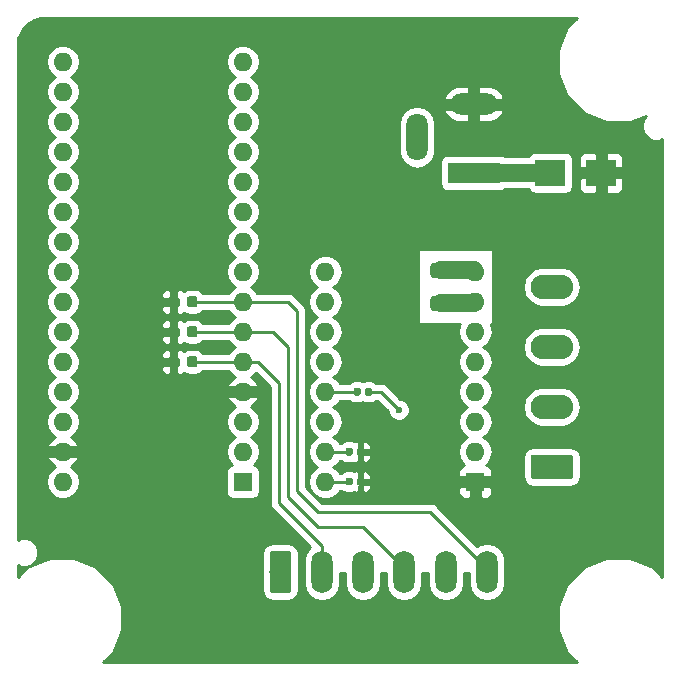
<source format=gbr>
G04 #@! TF.GenerationSoftware,KiCad,Pcbnew,5.0.2+dfsg1-1*
G04 #@! TF.CreationDate,2021-03-19T17:12:50+01:00*
G04 #@! TF.ProjectId,motor,6d6f746f-722e-46b6-9963-61645f706362,rev?*
G04 #@! TF.SameCoordinates,Original*
G04 #@! TF.FileFunction,Copper,L2,Bot*
G04 #@! TF.FilePolarity,Positive*
%FSLAX46Y46*%
G04 Gerber Fmt 4.6, Leading zero omitted, Abs format (unit mm)*
G04 Created by KiCad (PCBNEW 5.0.2+dfsg1-1) date Fr 19 Mär 2021 17:12:50 CET*
%MOMM*%
%LPD*%
G01*
G04 APERTURE LIST*
G04 #@! TA.AperFunction,Conductor*
%ADD10C,0.100000*%
G04 #@! TD*
G04 #@! TA.AperFunction,SMDPad,CuDef*
%ADD11C,1.250000*%
G04 #@! TD*
G04 #@! TA.AperFunction,SMDPad,CuDef*
%ADD12R,2.500000X2.300000*%
G04 #@! TD*
G04 #@! TA.AperFunction,SMDPad,CuDef*
%ADD13C,0.875000*%
G04 #@! TD*
G04 #@! TA.AperFunction,ComponentPad*
%ADD14O,1.800000X4.000000*%
G04 #@! TD*
G04 #@! TA.AperFunction,ComponentPad*
%ADD15O,4.000000X1.800000*%
G04 #@! TD*
G04 #@! TA.AperFunction,ComponentPad*
%ADD16R,4.400000X1.800000*%
G04 #@! TD*
G04 #@! TA.AperFunction,ComponentPad*
%ADD17C,1.800000*%
G04 #@! TD*
G04 #@! TA.AperFunction,ComponentPad*
%ADD18O,1.800000X3.600000*%
G04 #@! TD*
G04 #@! TA.AperFunction,ComponentPad*
%ADD19C,2.080000*%
G04 #@! TD*
G04 #@! TA.AperFunction,ComponentPad*
%ADD20O,3.600000X2.080000*%
G04 #@! TD*
G04 #@! TA.AperFunction,ComponentPad*
%ADD21R,1.600000X1.600000*%
G04 #@! TD*
G04 #@! TA.AperFunction,ComponentPad*
%ADD22O,1.600000X1.600000*%
G04 #@! TD*
G04 #@! TA.AperFunction,SMDPad,CuDef*
%ADD23C,0.590000*%
G04 #@! TD*
G04 #@! TA.AperFunction,ViaPad*
%ADD24C,0.600000*%
G04 #@! TD*
G04 #@! TA.AperFunction,Conductor*
%ADD25C,0.250000*%
G04 #@! TD*
G04 #@! TA.AperFunction,Conductor*
%ADD26C,1.500000*%
G04 #@! TD*
G04 #@! TA.AperFunction,Conductor*
%ADD27C,0.254000*%
G04 #@! TD*
G04 APERTURE END LIST*
D10*
G04 #@! TO.N,VCC*
G04 #@! TO.C,C1*
G36*
X209183504Y-61476204D02*
X209207773Y-61479804D01*
X209231571Y-61485765D01*
X209254671Y-61494030D01*
X209276849Y-61504520D01*
X209297893Y-61517133D01*
X209317598Y-61531747D01*
X209335777Y-61548223D01*
X209352253Y-61566402D01*
X209366867Y-61586107D01*
X209379480Y-61607151D01*
X209389970Y-61629329D01*
X209398235Y-61652429D01*
X209404196Y-61676227D01*
X209407796Y-61700496D01*
X209409000Y-61725000D01*
X209409000Y-62475000D01*
X209407796Y-62499504D01*
X209404196Y-62523773D01*
X209398235Y-62547571D01*
X209389970Y-62570671D01*
X209379480Y-62592849D01*
X209366867Y-62613893D01*
X209352253Y-62633598D01*
X209335777Y-62651777D01*
X209317598Y-62668253D01*
X209297893Y-62682867D01*
X209276849Y-62695480D01*
X209254671Y-62705970D01*
X209231571Y-62714235D01*
X209207773Y-62720196D01*
X209183504Y-62723796D01*
X209159000Y-62725000D01*
X207909000Y-62725000D01*
X207884496Y-62723796D01*
X207860227Y-62720196D01*
X207836429Y-62714235D01*
X207813329Y-62705970D01*
X207791151Y-62695480D01*
X207770107Y-62682867D01*
X207750402Y-62668253D01*
X207732223Y-62651777D01*
X207715747Y-62633598D01*
X207701133Y-62613893D01*
X207688520Y-62592849D01*
X207678030Y-62570671D01*
X207669765Y-62547571D01*
X207663804Y-62523773D01*
X207660204Y-62499504D01*
X207659000Y-62475000D01*
X207659000Y-61725000D01*
X207660204Y-61700496D01*
X207663804Y-61676227D01*
X207669765Y-61652429D01*
X207678030Y-61629329D01*
X207688520Y-61607151D01*
X207701133Y-61586107D01*
X207715747Y-61566402D01*
X207732223Y-61548223D01*
X207750402Y-61531747D01*
X207770107Y-61517133D01*
X207791151Y-61504520D01*
X207813329Y-61494030D01*
X207836429Y-61485765D01*
X207860227Y-61479804D01*
X207884496Y-61476204D01*
X207909000Y-61475000D01*
X209159000Y-61475000D01*
X209183504Y-61476204D01*
X209183504Y-61476204D01*
G37*
D11*
G04 #@! TD*
G04 #@! TO.P,C1,1*
G04 #@! TO.N,VCC*
X208534000Y-62100000D03*
D10*
G04 #@! TO.N,GND*
G04 #@! TO.C,C1*
G36*
X209183504Y-64276204D02*
X209207773Y-64279804D01*
X209231571Y-64285765D01*
X209254671Y-64294030D01*
X209276849Y-64304520D01*
X209297893Y-64317133D01*
X209317598Y-64331747D01*
X209335777Y-64348223D01*
X209352253Y-64366402D01*
X209366867Y-64386107D01*
X209379480Y-64407151D01*
X209389970Y-64429329D01*
X209398235Y-64452429D01*
X209404196Y-64476227D01*
X209407796Y-64500496D01*
X209409000Y-64525000D01*
X209409000Y-65275000D01*
X209407796Y-65299504D01*
X209404196Y-65323773D01*
X209398235Y-65347571D01*
X209389970Y-65370671D01*
X209379480Y-65392849D01*
X209366867Y-65413893D01*
X209352253Y-65433598D01*
X209335777Y-65451777D01*
X209317598Y-65468253D01*
X209297893Y-65482867D01*
X209276849Y-65495480D01*
X209254671Y-65505970D01*
X209231571Y-65514235D01*
X209207773Y-65520196D01*
X209183504Y-65523796D01*
X209159000Y-65525000D01*
X207909000Y-65525000D01*
X207884496Y-65523796D01*
X207860227Y-65520196D01*
X207836429Y-65514235D01*
X207813329Y-65505970D01*
X207791151Y-65495480D01*
X207770107Y-65482867D01*
X207750402Y-65468253D01*
X207732223Y-65451777D01*
X207715747Y-65433598D01*
X207701133Y-65413893D01*
X207688520Y-65392849D01*
X207678030Y-65370671D01*
X207669765Y-65347571D01*
X207663804Y-65323773D01*
X207660204Y-65299504D01*
X207659000Y-65275000D01*
X207659000Y-64525000D01*
X207660204Y-64500496D01*
X207663804Y-64476227D01*
X207669765Y-64452429D01*
X207678030Y-64429329D01*
X207688520Y-64407151D01*
X207701133Y-64386107D01*
X207715747Y-64366402D01*
X207732223Y-64348223D01*
X207750402Y-64331747D01*
X207770107Y-64317133D01*
X207791151Y-64304520D01*
X207813329Y-64294030D01*
X207836429Y-64285765D01*
X207860227Y-64279804D01*
X207884496Y-64276204D01*
X207909000Y-64275000D01*
X209159000Y-64275000D01*
X209183504Y-64276204D01*
X209183504Y-64276204D01*
G37*
D11*
G04 #@! TD*
G04 #@! TO.P,C1,2*
G04 #@! TO.N,GND*
X208534000Y-64900000D03*
D12*
G04 #@! TO.P,D1,1*
G04 #@! TO.N,VCC*
X217814000Y-53848000D03*
G04 #@! TO.P,D1,2*
G04 #@! TO.N,GND*
X222114000Y-53848000D03*
G04 #@! TD*
D10*
G04 #@! TO.N,MIN*
G04 #@! TO.C,R7*
G36*
X187717691Y-69376053D02*
X187738926Y-69379203D01*
X187759750Y-69384419D01*
X187779962Y-69391651D01*
X187799368Y-69400830D01*
X187817781Y-69411866D01*
X187835024Y-69424654D01*
X187850930Y-69439070D01*
X187865346Y-69454976D01*
X187878134Y-69472219D01*
X187889170Y-69490632D01*
X187898349Y-69510038D01*
X187905581Y-69530250D01*
X187910797Y-69551074D01*
X187913947Y-69572309D01*
X187915000Y-69593750D01*
X187915000Y-70106250D01*
X187913947Y-70127691D01*
X187910797Y-70148926D01*
X187905581Y-70169750D01*
X187898349Y-70189962D01*
X187889170Y-70209368D01*
X187878134Y-70227781D01*
X187865346Y-70245024D01*
X187850930Y-70260930D01*
X187835024Y-70275346D01*
X187817781Y-70288134D01*
X187799368Y-70299170D01*
X187779962Y-70308349D01*
X187759750Y-70315581D01*
X187738926Y-70320797D01*
X187717691Y-70323947D01*
X187696250Y-70325000D01*
X187258750Y-70325000D01*
X187237309Y-70323947D01*
X187216074Y-70320797D01*
X187195250Y-70315581D01*
X187175038Y-70308349D01*
X187155632Y-70299170D01*
X187137219Y-70288134D01*
X187119976Y-70275346D01*
X187104070Y-70260930D01*
X187089654Y-70245024D01*
X187076866Y-70227781D01*
X187065830Y-70209368D01*
X187056651Y-70189962D01*
X187049419Y-70169750D01*
X187044203Y-70148926D01*
X187041053Y-70127691D01*
X187040000Y-70106250D01*
X187040000Y-69593750D01*
X187041053Y-69572309D01*
X187044203Y-69551074D01*
X187049419Y-69530250D01*
X187056651Y-69510038D01*
X187065830Y-69490632D01*
X187076866Y-69472219D01*
X187089654Y-69454976D01*
X187104070Y-69439070D01*
X187119976Y-69424654D01*
X187137219Y-69411866D01*
X187155632Y-69400830D01*
X187175038Y-69391651D01*
X187195250Y-69384419D01*
X187216074Y-69379203D01*
X187237309Y-69376053D01*
X187258750Y-69375000D01*
X187696250Y-69375000D01*
X187717691Y-69376053D01*
X187717691Y-69376053D01*
G37*
D13*
G04 #@! TD*
G04 #@! TO.P,R7,1*
G04 #@! TO.N,MIN*
X187477500Y-69850000D03*
D10*
G04 #@! TO.N,GND*
G04 #@! TO.C,R7*
G36*
X186142691Y-69376053D02*
X186163926Y-69379203D01*
X186184750Y-69384419D01*
X186204962Y-69391651D01*
X186224368Y-69400830D01*
X186242781Y-69411866D01*
X186260024Y-69424654D01*
X186275930Y-69439070D01*
X186290346Y-69454976D01*
X186303134Y-69472219D01*
X186314170Y-69490632D01*
X186323349Y-69510038D01*
X186330581Y-69530250D01*
X186335797Y-69551074D01*
X186338947Y-69572309D01*
X186340000Y-69593750D01*
X186340000Y-70106250D01*
X186338947Y-70127691D01*
X186335797Y-70148926D01*
X186330581Y-70169750D01*
X186323349Y-70189962D01*
X186314170Y-70209368D01*
X186303134Y-70227781D01*
X186290346Y-70245024D01*
X186275930Y-70260930D01*
X186260024Y-70275346D01*
X186242781Y-70288134D01*
X186224368Y-70299170D01*
X186204962Y-70308349D01*
X186184750Y-70315581D01*
X186163926Y-70320797D01*
X186142691Y-70323947D01*
X186121250Y-70325000D01*
X185683750Y-70325000D01*
X185662309Y-70323947D01*
X185641074Y-70320797D01*
X185620250Y-70315581D01*
X185600038Y-70308349D01*
X185580632Y-70299170D01*
X185562219Y-70288134D01*
X185544976Y-70275346D01*
X185529070Y-70260930D01*
X185514654Y-70245024D01*
X185501866Y-70227781D01*
X185490830Y-70209368D01*
X185481651Y-70189962D01*
X185474419Y-70169750D01*
X185469203Y-70148926D01*
X185466053Y-70127691D01*
X185465000Y-70106250D01*
X185465000Y-69593750D01*
X185466053Y-69572309D01*
X185469203Y-69551074D01*
X185474419Y-69530250D01*
X185481651Y-69510038D01*
X185490830Y-69490632D01*
X185501866Y-69472219D01*
X185514654Y-69454976D01*
X185529070Y-69439070D01*
X185544976Y-69424654D01*
X185562219Y-69411866D01*
X185580632Y-69400830D01*
X185600038Y-69391651D01*
X185620250Y-69384419D01*
X185641074Y-69379203D01*
X185662309Y-69376053D01*
X185683750Y-69375000D01*
X186121250Y-69375000D01*
X186142691Y-69376053D01*
X186142691Y-69376053D01*
G37*
D13*
G04 #@! TD*
G04 #@! TO.P,R7,2*
G04 #@! TO.N,GND*
X185902500Y-69850000D03*
D10*
G04 #@! TO.N,GND*
G04 #@! TO.C,R6*
G36*
X186142691Y-66836053D02*
X186163926Y-66839203D01*
X186184750Y-66844419D01*
X186204962Y-66851651D01*
X186224368Y-66860830D01*
X186242781Y-66871866D01*
X186260024Y-66884654D01*
X186275930Y-66899070D01*
X186290346Y-66914976D01*
X186303134Y-66932219D01*
X186314170Y-66950632D01*
X186323349Y-66970038D01*
X186330581Y-66990250D01*
X186335797Y-67011074D01*
X186338947Y-67032309D01*
X186340000Y-67053750D01*
X186340000Y-67566250D01*
X186338947Y-67587691D01*
X186335797Y-67608926D01*
X186330581Y-67629750D01*
X186323349Y-67649962D01*
X186314170Y-67669368D01*
X186303134Y-67687781D01*
X186290346Y-67705024D01*
X186275930Y-67720930D01*
X186260024Y-67735346D01*
X186242781Y-67748134D01*
X186224368Y-67759170D01*
X186204962Y-67768349D01*
X186184750Y-67775581D01*
X186163926Y-67780797D01*
X186142691Y-67783947D01*
X186121250Y-67785000D01*
X185683750Y-67785000D01*
X185662309Y-67783947D01*
X185641074Y-67780797D01*
X185620250Y-67775581D01*
X185600038Y-67768349D01*
X185580632Y-67759170D01*
X185562219Y-67748134D01*
X185544976Y-67735346D01*
X185529070Y-67720930D01*
X185514654Y-67705024D01*
X185501866Y-67687781D01*
X185490830Y-67669368D01*
X185481651Y-67649962D01*
X185474419Y-67629750D01*
X185469203Y-67608926D01*
X185466053Y-67587691D01*
X185465000Y-67566250D01*
X185465000Y-67053750D01*
X185466053Y-67032309D01*
X185469203Y-67011074D01*
X185474419Y-66990250D01*
X185481651Y-66970038D01*
X185490830Y-66950632D01*
X185501866Y-66932219D01*
X185514654Y-66914976D01*
X185529070Y-66899070D01*
X185544976Y-66884654D01*
X185562219Y-66871866D01*
X185580632Y-66860830D01*
X185600038Y-66851651D01*
X185620250Y-66844419D01*
X185641074Y-66839203D01*
X185662309Y-66836053D01*
X185683750Y-66835000D01*
X186121250Y-66835000D01*
X186142691Y-66836053D01*
X186142691Y-66836053D01*
G37*
D13*
G04 #@! TD*
G04 #@! TO.P,R6,2*
G04 #@! TO.N,GND*
X185902500Y-67310000D03*
D10*
G04 #@! TO.N,CEN*
G04 #@! TO.C,R6*
G36*
X187717691Y-66836053D02*
X187738926Y-66839203D01*
X187759750Y-66844419D01*
X187779962Y-66851651D01*
X187799368Y-66860830D01*
X187817781Y-66871866D01*
X187835024Y-66884654D01*
X187850930Y-66899070D01*
X187865346Y-66914976D01*
X187878134Y-66932219D01*
X187889170Y-66950632D01*
X187898349Y-66970038D01*
X187905581Y-66990250D01*
X187910797Y-67011074D01*
X187913947Y-67032309D01*
X187915000Y-67053750D01*
X187915000Y-67566250D01*
X187913947Y-67587691D01*
X187910797Y-67608926D01*
X187905581Y-67629750D01*
X187898349Y-67649962D01*
X187889170Y-67669368D01*
X187878134Y-67687781D01*
X187865346Y-67705024D01*
X187850930Y-67720930D01*
X187835024Y-67735346D01*
X187817781Y-67748134D01*
X187799368Y-67759170D01*
X187779962Y-67768349D01*
X187759750Y-67775581D01*
X187738926Y-67780797D01*
X187717691Y-67783947D01*
X187696250Y-67785000D01*
X187258750Y-67785000D01*
X187237309Y-67783947D01*
X187216074Y-67780797D01*
X187195250Y-67775581D01*
X187175038Y-67768349D01*
X187155632Y-67759170D01*
X187137219Y-67748134D01*
X187119976Y-67735346D01*
X187104070Y-67720930D01*
X187089654Y-67705024D01*
X187076866Y-67687781D01*
X187065830Y-67669368D01*
X187056651Y-67649962D01*
X187049419Y-67629750D01*
X187044203Y-67608926D01*
X187041053Y-67587691D01*
X187040000Y-67566250D01*
X187040000Y-67053750D01*
X187041053Y-67032309D01*
X187044203Y-67011074D01*
X187049419Y-66990250D01*
X187056651Y-66970038D01*
X187065830Y-66950632D01*
X187076866Y-66932219D01*
X187089654Y-66914976D01*
X187104070Y-66899070D01*
X187119976Y-66884654D01*
X187137219Y-66871866D01*
X187155632Y-66860830D01*
X187175038Y-66851651D01*
X187195250Y-66844419D01*
X187216074Y-66839203D01*
X187237309Y-66836053D01*
X187258750Y-66835000D01*
X187696250Y-66835000D01*
X187717691Y-66836053D01*
X187717691Y-66836053D01*
G37*
D13*
G04 #@! TD*
G04 #@! TO.P,R6,1*
G04 #@! TO.N,CEN*
X187477500Y-67310000D03*
D10*
G04 #@! TO.N,MAX*
G04 #@! TO.C,R5*
G36*
X187717691Y-64296053D02*
X187738926Y-64299203D01*
X187759750Y-64304419D01*
X187779962Y-64311651D01*
X187799368Y-64320830D01*
X187817781Y-64331866D01*
X187835024Y-64344654D01*
X187850930Y-64359070D01*
X187865346Y-64374976D01*
X187878134Y-64392219D01*
X187889170Y-64410632D01*
X187898349Y-64430038D01*
X187905581Y-64450250D01*
X187910797Y-64471074D01*
X187913947Y-64492309D01*
X187915000Y-64513750D01*
X187915000Y-65026250D01*
X187913947Y-65047691D01*
X187910797Y-65068926D01*
X187905581Y-65089750D01*
X187898349Y-65109962D01*
X187889170Y-65129368D01*
X187878134Y-65147781D01*
X187865346Y-65165024D01*
X187850930Y-65180930D01*
X187835024Y-65195346D01*
X187817781Y-65208134D01*
X187799368Y-65219170D01*
X187779962Y-65228349D01*
X187759750Y-65235581D01*
X187738926Y-65240797D01*
X187717691Y-65243947D01*
X187696250Y-65245000D01*
X187258750Y-65245000D01*
X187237309Y-65243947D01*
X187216074Y-65240797D01*
X187195250Y-65235581D01*
X187175038Y-65228349D01*
X187155632Y-65219170D01*
X187137219Y-65208134D01*
X187119976Y-65195346D01*
X187104070Y-65180930D01*
X187089654Y-65165024D01*
X187076866Y-65147781D01*
X187065830Y-65129368D01*
X187056651Y-65109962D01*
X187049419Y-65089750D01*
X187044203Y-65068926D01*
X187041053Y-65047691D01*
X187040000Y-65026250D01*
X187040000Y-64513750D01*
X187041053Y-64492309D01*
X187044203Y-64471074D01*
X187049419Y-64450250D01*
X187056651Y-64430038D01*
X187065830Y-64410632D01*
X187076866Y-64392219D01*
X187089654Y-64374976D01*
X187104070Y-64359070D01*
X187119976Y-64344654D01*
X187137219Y-64331866D01*
X187155632Y-64320830D01*
X187175038Y-64311651D01*
X187195250Y-64304419D01*
X187216074Y-64299203D01*
X187237309Y-64296053D01*
X187258750Y-64295000D01*
X187696250Y-64295000D01*
X187717691Y-64296053D01*
X187717691Y-64296053D01*
G37*
D13*
G04 #@! TD*
G04 #@! TO.P,R5,1*
G04 #@! TO.N,MAX*
X187477500Y-64770000D03*
D10*
G04 #@! TO.N,GND*
G04 #@! TO.C,R5*
G36*
X186142691Y-64296053D02*
X186163926Y-64299203D01*
X186184750Y-64304419D01*
X186204962Y-64311651D01*
X186224368Y-64320830D01*
X186242781Y-64331866D01*
X186260024Y-64344654D01*
X186275930Y-64359070D01*
X186290346Y-64374976D01*
X186303134Y-64392219D01*
X186314170Y-64410632D01*
X186323349Y-64430038D01*
X186330581Y-64450250D01*
X186335797Y-64471074D01*
X186338947Y-64492309D01*
X186340000Y-64513750D01*
X186340000Y-65026250D01*
X186338947Y-65047691D01*
X186335797Y-65068926D01*
X186330581Y-65089750D01*
X186323349Y-65109962D01*
X186314170Y-65129368D01*
X186303134Y-65147781D01*
X186290346Y-65165024D01*
X186275930Y-65180930D01*
X186260024Y-65195346D01*
X186242781Y-65208134D01*
X186224368Y-65219170D01*
X186204962Y-65228349D01*
X186184750Y-65235581D01*
X186163926Y-65240797D01*
X186142691Y-65243947D01*
X186121250Y-65245000D01*
X185683750Y-65245000D01*
X185662309Y-65243947D01*
X185641074Y-65240797D01*
X185620250Y-65235581D01*
X185600038Y-65228349D01*
X185580632Y-65219170D01*
X185562219Y-65208134D01*
X185544976Y-65195346D01*
X185529070Y-65180930D01*
X185514654Y-65165024D01*
X185501866Y-65147781D01*
X185490830Y-65129368D01*
X185481651Y-65109962D01*
X185474419Y-65089750D01*
X185469203Y-65068926D01*
X185466053Y-65047691D01*
X185465000Y-65026250D01*
X185465000Y-64513750D01*
X185466053Y-64492309D01*
X185469203Y-64471074D01*
X185474419Y-64450250D01*
X185481651Y-64430038D01*
X185490830Y-64410632D01*
X185501866Y-64392219D01*
X185514654Y-64374976D01*
X185529070Y-64359070D01*
X185544976Y-64344654D01*
X185562219Y-64331866D01*
X185580632Y-64320830D01*
X185600038Y-64311651D01*
X185620250Y-64304419D01*
X185641074Y-64299203D01*
X185662309Y-64296053D01*
X185683750Y-64295000D01*
X186121250Y-64295000D01*
X186142691Y-64296053D01*
X186142691Y-64296053D01*
G37*
D13*
G04 #@! TD*
G04 #@! TO.P,R5,2*
G04 #@! TO.N,GND*
X185902500Y-64770000D03*
D14*
G04 #@! TO.P,J3,3*
G04 #@! TO.N,Net-(J3-Pad3)*
X206528000Y-50848000D03*
D15*
G04 #@! TO.P,J3,2*
G04 #@! TO.N,GND*
X211328000Y-48048000D03*
D16*
G04 #@! TO.P,J3,1*
G04 #@! TO.N,VCC*
X211328000Y-53848000D03*
G04 #@! TD*
D10*
G04 #@! TO.N,+5V*
G04 #@! TO.C,J2*
G36*
X195619504Y-85831204D02*
X195643773Y-85834804D01*
X195667571Y-85840765D01*
X195690671Y-85849030D01*
X195712849Y-85859520D01*
X195733893Y-85872133D01*
X195753598Y-85886747D01*
X195771777Y-85903223D01*
X195788253Y-85921402D01*
X195802867Y-85941107D01*
X195815480Y-85962151D01*
X195825970Y-85984329D01*
X195834235Y-86007429D01*
X195840196Y-86031227D01*
X195843796Y-86055496D01*
X195845000Y-86080000D01*
X195845000Y-89180000D01*
X195843796Y-89204504D01*
X195840196Y-89228773D01*
X195834235Y-89252571D01*
X195825970Y-89275671D01*
X195815480Y-89297849D01*
X195802867Y-89318893D01*
X195788253Y-89338598D01*
X195771777Y-89356777D01*
X195753598Y-89373253D01*
X195733893Y-89387867D01*
X195712849Y-89400480D01*
X195690671Y-89410970D01*
X195667571Y-89419235D01*
X195643773Y-89425196D01*
X195619504Y-89428796D01*
X195595000Y-89430000D01*
X194295000Y-89430000D01*
X194270496Y-89428796D01*
X194246227Y-89425196D01*
X194222429Y-89419235D01*
X194199329Y-89410970D01*
X194177151Y-89400480D01*
X194156107Y-89387867D01*
X194136402Y-89373253D01*
X194118223Y-89356777D01*
X194101747Y-89338598D01*
X194087133Y-89318893D01*
X194074520Y-89297849D01*
X194064030Y-89275671D01*
X194055765Y-89252571D01*
X194049804Y-89228773D01*
X194046204Y-89204504D01*
X194045000Y-89180000D01*
X194045000Y-86080000D01*
X194046204Y-86055496D01*
X194049804Y-86031227D01*
X194055765Y-86007429D01*
X194064030Y-85984329D01*
X194074520Y-85962151D01*
X194087133Y-85941107D01*
X194101747Y-85921402D01*
X194118223Y-85903223D01*
X194136402Y-85886747D01*
X194156107Y-85872133D01*
X194177151Y-85859520D01*
X194199329Y-85849030D01*
X194222429Y-85840765D01*
X194246227Y-85834804D01*
X194270496Y-85831204D01*
X194295000Y-85830000D01*
X195595000Y-85830000D01*
X195619504Y-85831204D01*
X195619504Y-85831204D01*
G37*
D17*
G04 #@! TD*
G04 #@! TO.P,J2,1*
G04 #@! TO.N,+5V*
X194945000Y-87630000D03*
D18*
G04 #@! TO.P,J2,2*
G04 #@! TO.N,MIN*
X198445000Y-87630000D03*
G04 #@! TO.P,J2,3*
G04 #@! TO.N,+5V*
X201945000Y-87630000D03*
G04 #@! TO.P,J2,4*
G04 #@! TO.N,CEN*
X205445000Y-87630000D03*
G04 #@! TO.P,J2,5*
G04 #@! TO.N,+5V*
X208945000Y-87630000D03*
G04 #@! TO.P,J2,6*
G04 #@! TO.N,MAX*
X212445000Y-87630000D03*
G04 #@! TD*
D10*
G04 #@! TO.N,Net-(A2-Pad3)*
G04 #@! TO.C,J1*
G36*
X219506505Y-77701204D02*
X219530773Y-77704804D01*
X219554572Y-77710765D01*
X219577671Y-77719030D01*
X219599850Y-77729520D01*
X219620893Y-77742132D01*
X219640599Y-77756747D01*
X219658777Y-77773223D01*
X219675253Y-77791401D01*
X219689868Y-77811107D01*
X219702480Y-77832150D01*
X219712970Y-77854329D01*
X219721235Y-77877428D01*
X219727196Y-77901227D01*
X219730796Y-77925495D01*
X219732000Y-77949999D01*
X219732000Y-79530001D01*
X219730796Y-79554505D01*
X219727196Y-79578773D01*
X219721235Y-79602572D01*
X219712970Y-79625671D01*
X219702480Y-79647850D01*
X219689868Y-79668893D01*
X219675253Y-79688599D01*
X219658777Y-79706777D01*
X219640599Y-79723253D01*
X219620893Y-79737868D01*
X219599850Y-79750480D01*
X219577671Y-79760970D01*
X219554572Y-79769235D01*
X219530773Y-79775196D01*
X219506505Y-79778796D01*
X219482001Y-79780000D01*
X216381999Y-79780000D01*
X216357495Y-79778796D01*
X216333227Y-79775196D01*
X216309428Y-79769235D01*
X216286329Y-79760970D01*
X216264150Y-79750480D01*
X216243107Y-79737868D01*
X216223401Y-79723253D01*
X216205223Y-79706777D01*
X216188747Y-79688599D01*
X216174132Y-79668893D01*
X216161520Y-79647850D01*
X216151030Y-79625671D01*
X216142765Y-79602572D01*
X216136804Y-79578773D01*
X216133204Y-79554505D01*
X216132000Y-79530001D01*
X216132000Y-77949999D01*
X216133204Y-77925495D01*
X216136804Y-77901227D01*
X216142765Y-77877428D01*
X216151030Y-77854329D01*
X216161520Y-77832150D01*
X216174132Y-77811107D01*
X216188747Y-77791401D01*
X216205223Y-77773223D01*
X216223401Y-77756747D01*
X216243107Y-77742132D01*
X216264150Y-77729520D01*
X216286329Y-77719030D01*
X216309428Y-77710765D01*
X216333227Y-77704804D01*
X216357495Y-77701204D01*
X216381999Y-77700000D01*
X219482001Y-77700000D01*
X219506505Y-77701204D01*
X219506505Y-77701204D01*
G37*
D19*
G04 #@! TD*
G04 #@! TO.P,J1,1*
G04 #@! TO.N,Net-(A2-Pad3)*
X217932000Y-78740000D03*
D20*
G04 #@! TO.P,J1,2*
G04 #@! TO.N,Net-(A2-Pad4)*
X217932000Y-73660000D03*
G04 #@! TO.P,J1,3*
G04 #@! TO.N,Net-(A2-Pad5)*
X217932000Y-68580000D03*
G04 #@! TO.P,J1,4*
G04 #@! TO.N,Net-(A2-Pad6)*
X217932000Y-63500000D03*
G04 #@! TD*
D21*
G04 #@! TO.P,A1,1*
G04 #@! TO.N,Net-(A1-Pad1)*
X191770000Y-80010000D03*
D22*
G04 #@! TO.P,A1,17*
G04 #@! TO.N,Net-(A1-Pad17)*
X176530000Y-46990000D03*
G04 #@! TO.P,A1,2*
G04 #@! TO.N,Net-(A1-Pad2)*
X191770000Y-77470000D03*
G04 #@! TO.P,A1,18*
G04 #@! TO.N,Net-(A1-Pad18)*
X176530000Y-49530000D03*
G04 #@! TO.P,A1,3*
G04 #@! TO.N,Net-(A1-Pad3)*
X191770000Y-74930000D03*
G04 #@! TO.P,A1,19*
G04 #@! TO.N,Net-(A1-Pad19)*
X176530000Y-52070000D03*
G04 #@! TO.P,A1,4*
G04 #@! TO.N,GND*
X191770000Y-72390000D03*
G04 #@! TO.P,A1,20*
G04 #@! TO.N,Net-(A1-Pad20)*
X176530000Y-54610000D03*
G04 #@! TO.P,A1,5*
G04 #@! TO.N,MIN*
X191770000Y-69850000D03*
G04 #@! TO.P,A1,21*
G04 #@! TO.N,Net-(A1-Pad21)*
X176530000Y-57150000D03*
G04 #@! TO.P,A1,6*
G04 #@! TO.N,CEN*
X191770000Y-67310000D03*
G04 #@! TO.P,A1,22*
G04 #@! TO.N,Net-(A1-Pad22)*
X176530000Y-59690000D03*
G04 #@! TO.P,A1,7*
G04 #@! TO.N,MAX*
X191770000Y-64770000D03*
G04 #@! TO.P,A1,23*
G04 #@! TO.N,Net-(A1-Pad23)*
X176530000Y-62230000D03*
G04 #@! TO.P,A1,8*
G04 #@! TO.N,/enable*
X191770000Y-62230000D03*
G04 #@! TO.P,A1,24*
G04 #@! TO.N,Net-(A1-Pad24)*
X176530000Y-64770000D03*
G04 #@! TO.P,A1,9*
G04 #@! TO.N,/ms1*
X191770000Y-59690000D03*
G04 #@! TO.P,A1,25*
G04 #@! TO.N,Net-(A1-Pad25)*
X176530000Y-67310000D03*
G04 #@! TO.P,A1,10*
G04 #@! TO.N,/ms2*
X191770000Y-57150000D03*
G04 #@! TO.P,A1,26*
G04 #@! TO.N,Net-(A1-Pad26)*
X176530000Y-69850000D03*
G04 #@! TO.P,A1,11*
G04 #@! TO.N,/ms3*
X191770000Y-54610000D03*
G04 #@! TO.P,A1,27*
G04 #@! TO.N,+5V*
X176530000Y-72390000D03*
G04 #@! TO.P,A1,12*
G04 #@! TO.N,/reset*
X191770000Y-52070000D03*
G04 #@! TO.P,A1,28*
G04 #@! TO.N,Net-(A1-Pad28)*
X176530000Y-74930000D03*
G04 #@! TO.P,A1,13*
G04 #@! TO.N,/sleep*
X191770000Y-49530000D03*
G04 #@! TO.P,A1,29*
G04 #@! TO.N,GND*
X176530000Y-77470000D03*
G04 #@! TO.P,A1,14*
G04 #@! TO.N,/step*
X191770000Y-46990000D03*
G04 #@! TO.P,A1,30*
G04 #@! TO.N,Net-(A1-Pad30)*
X176530000Y-80010000D03*
G04 #@! TO.P,A1,15*
G04 #@! TO.N,/dir*
X191770000Y-44450000D03*
G04 #@! TO.P,A1,16*
G04 #@! TO.N,Net-(A1-Pad16)*
X176530000Y-44450000D03*
G04 #@! TD*
D21*
G04 #@! TO.P,A2,1*
G04 #@! TO.N,GND*
X211455000Y-80010000D03*
D22*
G04 #@! TO.P,A2,9*
G04 #@! TO.N,/enable*
X198755000Y-62230000D03*
G04 #@! TO.P,A2,2*
G04 #@! TO.N,+5V*
X211455000Y-77470000D03*
G04 #@! TO.P,A2,10*
G04 #@! TO.N,/ms1*
X198755000Y-64770000D03*
G04 #@! TO.P,A2,3*
G04 #@! TO.N,Net-(A2-Pad3)*
X211455000Y-74930000D03*
G04 #@! TO.P,A2,11*
G04 #@! TO.N,/ms2*
X198755000Y-67310000D03*
G04 #@! TO.P,A2,4*
G04 #@! TO.N,Net-(A2-Pad4)*
X211455000Y-72390000D03*
G04 #@! TO.P,A2,12*
G04 #@! TO.N,/ms3*
X198755000Y-69850000D03*
G04 #@! TO.P,A2,5*
G04 #@! TO.N,Net-(A2-Pad5)*
X211455000Y-69850000D03*
G04 #@! TO.P,A2,13*
G04 #@! TO.N,/reset*
X198755000Y-72390000D03*
G04 #@! TO.P,A2,6*
G04 #@! TO.N,Net-(A2-Pad6)*
X211455000Y-67310000D03*
G04 #@! TO.P,A2,14*
G04 #@! TO.N,/sleep*
X198755000Y-74930000D03*
G04 #@! TO.P,A2,7*
G04 #@! TO.N,GND*
X211455000Y-64770000D03*
G04 #@! TO.P,A2,15*
G04 #@! TO.N,/step*
X198755000Y-77470000D03*
G04 #@! TO.P,A2,8*
G04 #@! TO.N,VCC*
X211455000Y-62230000D03*
G04 #@! TO.P,A2,16*
G04 #@! TO.N,/dir*
X198755000Y-80010000D03*
G04 #@! TD*
D10*
G04 #@! TO.N,/dir*
G04 #@! TO.C,R3*
G36*
X200926958Y-79680710D02*
X200941276Y-79682834D01*
X200955317Y-79686351D01*
X200968946Y-79691228D01*
X200982031Y-79697417D01*
X200994447Y-79704858D01*
X201006073Y-79713481D01*
X201016798Y-79723202D01*
X201026519Y-79733927D01*
X201035142Y-79745553D01*
X201042583Y-79757969D01*
X201048772Y-79771054D01*
X201053649Y-79784683D01*
X201057166Y-79798724D01*
X201059290Y-79813042D01*
X201060000Y-79827500D01*
X201060000Y-80172500D01*
X201059290Y-80186958D01*
X201057166Y-80201276D01*
X201053649Y-80215317D01*
X201048772Y-80228946D01*
X201042583Y-80242031D01*
X201035142Y-80254447D01*
X201026519Y-80266073D01*
X201016798Y-80276798D01*
X201006073Y-80286519D01*
X200994447Y-80295142D01*
X200982031Y-80302583D01*
X200968946Y-80308772D01*
X200955317Y-80313649D01*
X200941276Y-80317166D01*
X200926958Y-80319290D01*
X200912500Y-80320000D01*
X200617500Y-80320000D01*
X200603042Y-80319290D01*
X200588724Y-80317166D01*
X200574683Y-80313649D01*
X200561054Y-80308772D01*
X200547969Y-80302583D01*
X200535553Y-80295142D01*
X200523927Y-80286519D01*
X200513202Y-80276798D01*
X200503481Y-80266073D01*
X200494858Y-80254447D01*
X200487417Y-80242031D01*
X200481228Y-80228946D01*
X200476351Y-80215317D01*
X200472834Y-80201276D01*
X200470710Y-80186958D01*
X200470000Y-80172500D01*
X200470000Y-79827500D01*
X200470710Y-79813042D01*
X200472834Y-79798724D01*
X200476351Y-79784683D01*
X200481228Y-79771054D01*
X200487417Y-79757969D01*
X200494858Y-79745553D01*
X200503481Y-79733927D01*
X200513202Y-79723202D01*
X200523927Y-79713481D01*
X200535553Y-79704858D01*
X200547969Y-79697417D01*
X200561054Y-79691228D01*
X200574683Y-79686351D01*
X200588724Y-79682834D01*
X200603042Y-79680710D01*
X200617500Y-79680000D01*
X200912500Y-79680000D01*
X200926958Y-79680710D01*
X200926958Y-79680710D01*
G37*
D23*
G04 #@! TD*
G04 #@! TO.P,R3,1*
G04 #@! TO.N,/dir*
X200765000Y-80000000D03*
D10*
G04 #@! TO.N,GND*
G04 #@! TO.C,R3*
G36*
X201896958Y-79680710D02*
X201911276Y-79682834D01*
X201925317Y-79686351D01*
X201938946Y-79691228D01*
X201952031Y-79697417D01*
X201964447Y-79704858D01*
X201976073Y-79713481D01*
X201986798Y-79723202D01*
X201996519Y-79733927D01*
X202005142Y-79745553D01*
X202012583Y-79757969D01*
X202018772Y-79771054D01*
X202023649Y-79784683D01*
X202027166Y-79798724D01*
X202029290Y-79813042D01*
X202030000Y-79827500D01*
X202030000Y-80172500D01*
X202029290Y-80186958D01*
X202027166Y-80201276D01*
X202023649Y-80215317D01*
X202018772Y-80228946D01*
X202012583Y-80242031D01*
X202005142Y-80254447D01*
X201996519Y-80266073D01*
X201986798Y-80276798D01*
X201976073Y-80286519D01*
X201964447Y-80295142D01*
X201952031Y-80302583D01*
X201938946Y-80308772D01*
X201925317Y-80313649D01*
X201911276Y-80317166D01*
X201896958Y-80319290D01*
X201882500Y-80320000D01*
X201587500Y-80320000D01*
X201573042Y-80319290D01*
X201558724Y-80317166D01*
X201544683Y-80313649D01*
X201531054Y-80308772D01*
X201517969Y-80302583D01*
X201505553Y-80295142D01*
X201493927Y-80286519D01*
X201483202Y-80276798D01*
X201473481Y-80266073D01*
X201464858Y-80254447D01*
X201457417Y-80242031D01*
X201451228Y-80228946D01*
X201446351Y-80215317D01*
X201442834Y-80201276D01*
X201440710Y-80186958D01*
X201440000Y-80172500D01*
X201440000Y-79827500D01*
X201440710Y-79813042D01*
X201442834Y-79798724D01*
X201446351Y-79784683D01*
X201451228Y-79771054D01*
X201457417Y-79757969D01*
X201464858Y-79745553D01*
X201473481Y-79733927D01*
X201483202Y-79723202D01*
X201493927Y-79713481D01*
X201505553Y-79704858D01*
X201517969Y-79697417D01*
X201531054Y-79691228D01*
X201544683Y-79686351D01*
X201558724Y-79682834D01*
X201573042Y-79680710D01*
X201587500Y-79680000D01*
X201882500Y-79680000D01*
X201896958Y-79680710D01*
X201896958Y-79680710D01*
G37*
D23*
G04 #@! TD*
G04 #@! TO.P,R3,2*
G04 #@! TO.N,GND*
X201735000Y-80000000D03*
D10*
G04 #@! TO.N,/reset*
G04 #@! TO.C,R2*
G36*
X201606958Y-72070710D02*
X201621276Y-72072834D01*
X201635317Y-72076351D01*
X201648946Y-72081228D01*
X201662031Y-72087417D01*
X201674447Y-72094858D01*
X201686073Y-72103481D01*
X201696798Y-72113202D01*
X201706519Y-72123927D01*
X201715142Y-72135553D01*
X201722583Y-72147969D01*
X201728772Y-72161054D01*
X201733649Y-72174683D01*
X201737166Y-72188724D01*
X201739290Y-72203042D01*
X201740000Y-72217500D01*
X201740000Y-72562500D01*
X201739290Y-72576958D01*
X201737166Y-72591276D01*
X201733649Y-72605317D01*
X201728772Y-72618946D01*
X201722583Y-72632031D01*
X201715142Y-72644447D01*
X201706519Y-72656073D01*
X201696798Y-72666798D01*
X201686073Y-72676519D01*
X201674447Y-72685142D01*
X201662031Y-72692583D01*
X201648946Y-72698772D01*
X201635317Y-72703649D01*
X201621276Y-72707166D01*
X201606958Y-72709290D01*
X201592500Y-72710000D01*
X201297500Y-72710000D01*
X201283042Y-72709290D01*
X201268724Y-72707166D01*
X201254683Y-72703649D01*
X201241054Y-72698772D01*
X201227969Y-72692583D01*
X201215553Y-72685142D01*
X201203927Y-72676519D01*
X201193202Y-72666798D01*
X201183481Y-72656073D01*
X201174858Y-72644447D01*
X201167417Y-72632031D01*
X201161228Y-72618946D01*
X201156351Y-72605317D01*
X201152834Y-72591276D01*
X201150710Y-72576958D01*
X201150000Y-72562500D01*
X201150000Y-72217500D01*
X201150710Y-72203042D01*
X201152834Y-72188724D01*
X201156351Y-72174683D01*
X201161228Y-72161054D01*
X201167417Y-72147969D01*
X201174858Y-72135553D01*
X201183481Y-72123927D01*
X201193202Y-72113202D01*
X201203927Y-72103481D01*
X201215553Y-72094858D01*
X201227969Y-72087417D01*
X201241054Y-72081228D01*
X201254683Y-72076351D01*
X201268724Y-72072834D01*
X201283042Y-72070710D01*
X201297500Y-72070000D01*
X201592500Y-72070000D01*
X201606958Y-72070710D01*
X201606958Y-72070710D01*
G37*
D23*
G04 #@! TD*
G04 #@! TO.P,R2,2*
G04 #@! TO.N,/reset*
X201445000Y-72390000D03*
D10*
G04 #@! TO.N,+5V*
G04 #@! TO.C,R2*
G36*
X202576958Y-72070710D02*
X202591276Y-72072834D01*
X202605317Y-72076351D01*
X202618946Y-72081228D01*
X202632031Y-72087417D01*
X202644447Y-72094858D01*
X202656073Y-72103481D01*
X202666798Y-72113202D01*
X202676519Y-72123927D01*
X202685142Y-72135553D01*
X202692583Y-72147969D01*
X202698772Y-72161054D01*
X202703649Y-72174683D01*
X202707166Y-72188724D01*
X202709290Y-72203042D01*
X202710000Y-72217500D01*
X202710000Y-72562500D01*
X202709290Y-72576958D01*
X202707166Y-72591276D01*
X202703649Y-72605317D01*
X202698772Y-72618946D01*
X202692583Y-72632031D01*
X202685142Y-72644447D01*
X202676519Y-72656073D01*
X202666798Y-72666798D01*
X202656073Y-72676519D01*
X202644447Y-72685142D01*
X202632031Y-72692583D01*
X202618946Y-72698772D01*
X202605317Y-72703649D01*
X202591276Y-72707166D01*
X202576958Y-72709290D01*
X202562500Y-72710000D01*
X202267500Y-72710000D01*
X202253042Y-72709290D01*
X202238724Y-72707166D01*
X202224683Y-72703649D01*
X202211054Y-72698772D01*
X202197969Y-72692583D01*
X202185553Y-72685142D01*
X202173927Y-72676519D01*
X202163202Y-72666798D01*
X202153481Y-72656073D01*
X202144858Y-72644447D01*
X202137417Y-72632031D01*
X202131228Y-72618946D01*
X202126351Y-72605317D01*
X202122834Y-72591276D01*
X202120710Y-72576958D01*
X202120000Y-72562500D01*
X202120000Y-72217500D01*
X202120710Y-72203042D01*
X202122834Y-72188724D01*
X202126351Y-72174683D01*
X202131228Y-72161054D01*
X202137417Y-72147969D01*
X202144858Y-72135553D01*
X202153481Y-72123927D01*
X202163202Y-72113202D01*
X202173927Y-72103481D01*
X202185553Y-72094858D01*
X202197969Y-72087417D01*
X202211054Y-72081228D01*
X202224683Y-72076351D01*
X202238724Y-72072834D01*
X202253042Y-72070710D01*
X202267500Y-72070000D01*
X202562500Y-72070000D01*
X202576958Y-72070710D01*
X202576958Y-72070710D01*
G37*
D23*
G04 #@! TD*
G04 #@! TO.P,R2,1*
G04 #@! TO.N,+5V*
X202415000Y-72390000D03*
D10*
G04 #@! TO.N,/step*
G04 #@! TO.C,R1*
G36*
X200926958Y-77150710D02*
X200941276Y-77152834D01*
X200955317Y-77156351D01*
X200968946Y-77161228D01*
X200982031Y-77167417D01*
X200994447Y-77174858D01*
X201006073Y-77183481D01*
X201016798Y-77193202D01*
X201026519Y-77203927D01*
X201035142Y-77215553D01*
X201042583Y-77227969D01*
X201048772Y-77241054D01*
X201053649Y-77254683D01*
X201057166Y-77268724D01*
X201059290Y-77283042D01*
X201060000Y-77297500D01*
X201060000Y-77642500D01*
X201059290Y-77656958D01*
X201057166Y-77671276D01*
X201053649Y-77685317D01*
X201048772Y-77698946D01*
X201042583Y-77712031D01*
X201035142Y-77724447D01*
X201026519Y-77736073D01*
X201016798Y-77746798D01*
X201006073Y-77756519D01*
X200994447Y-77765142D01*
X200982031Y-77772583D01*
X200968946Y-77778772D01*
X200955317Y-77783649D01*
X200941276Y-77787166D01*
X200926958Y-77789290D01*
X200912500Y-77790000D01*
X200617500Y-77790000D01*
X200603042Y-77789290D01*
X200588724Y-77787166D01*
X200574683Y-77783649D01*
X200561054Y-77778772D01*
X200547969Y-77772583D01*
X200535553Y-77765142D01*
X200523927Y-77756519D01*
X200513202Y-77746798D01*
X200503481Y-77736073D01*
X200494858Y-77724447D01*
X200487417Y-77712031D01*
X200481228Y-77698946D01*
X200476351Y-77685317D01*
X200472834Y-77671276D01*
X200470710Y-77656958D01*
X200470000Y-77642500D01*
X200470000Y-77297500D01*
X200470710Y-77283042D01*
X200472834Y-77268724D01*
X200476351Y-77254683D01*
X200481228Y-77241054D01*
X200487417Y-77227969D01*
X200494858Y-77215553D01*
X200503481Y-77203927D01*
X200513202Y-77193202D01*
X200523927Y-77183481D01*
X200535553Y-77174858D01*
X200547969Y-77167417D01*
X200561054Y-77161228D01*
X200574683Y-77156351D01*
X200588724Y-77152834D01*
X200603042Y-77150710D01*
X200617500Y-77150000D01*
X200912500Y-77150000D01*
X200926958Y-77150710D01*
X200926958Y-77150710D01*
G37*
D23*
G04 #@! TD*
G04 #@! TO.P,R1,1*
G04 #@! TO.N,/step*
X200765000Y-77470000D03*
D10*
G04 #@! TO.N,GND*
G04 #@! TO.C,R1*
G36*
X201896958Y-77150710D02*
X201911276Y-77152834D01*
X201925317Y-77156351D01*
X201938946Y-77161228D01*
X201952031Y-77167417D01*
X201964447Y-77174858D01*
X201976073Y-77183481D01*
X201986798Y-77193202D01*
X201996519Y-77203927D01*
X202005142Y-77215553D01*
X202012583Y-77227969D01*
X202018772Y-77241054D01*
X202023649Y-77254683D01*
X202027166Y-77268724D01*
X202029290Y-77283042D01*
X202030000Y-77297500D01*
X202030000Y-77642500D01*
X202029290Y-77656958D01*
X202027166Y-77671276D01*
X202023649Y-77685317D01*
X202018772Y-77698946D01*
X202012583Y-77712031D01*
X202005142Y-77724447D01*
X201996519Y-77736073D01*
X201986798Y-77746798D01*
X201976073Y-77756519D01*
X201964447Y-77765142D01*
X201952031Y-77772583D01*
X201938946Y-77778772D01*
X201925317Y-77783649D01*
X201911276Y-77787166D01*
X201896958Y-77789290D01*
X201882500Y-77790000D01*
X201587500Y-77790000D01*
X201573042Y-77789290D01*
X201558724Y-77787166D01*
X201544683Y-77783649D01*
X201531054Y-77778772D01*
X201517969Y-77772583D01*
X201505553Y-77765142D01*
X201493927Y-77756519D01*
X201483202Y-77746798D01*
X201473481Y-77736073D01*
X201464858Y-77724447D01*
X201457417Y-77712031D01*
X201451228Y-77698946D01*
X201446351Y-77685317D01*
X201442834Y-77671276D01*
X201440710Y-77656958D01*
X201440000Y-77642500D01*
X201440000Y-77297500D01*
X201440710Y-77283042D01*
X201442834Y-77268724D01*
X201446351Y-77254683D01*
X201451228Y-77241054D01*
X201457417Y-77227969D01*
X201464858Y-77215553D01*
X201473481Y-77203927D01*
X201483202Y-77193202D01*
X201493927Y-77183481D01*
X201505553Y-77174858D01*
X201517969Y-77167417D01*
X201531054Y-77161228D01*
X201544683Y-77156351D01*
X201558724Y-77152834D01*
X201573042Y-77150710D01*
X201587500Y-77150000D01*
X201882500Y-77150000D01*
X201896958Y-77150710D01*
X201896958Y-77150710D01*
G37*
D23*
G04 #@! TD*
G04 #@! TO.P,R1,2*
G04 #@! TO.N,GND*
X201735000Y-77470000D03*
D24*
G04 #@! TO.N,+5V*
X204978000Y-73914000D03*
G04 #@! TD*
D25*
G04 #@! TO.N,MAX*
X187627500Y-64770000D02*
X191770000Y-64770000D01*
X196342000Y-80772000D02*
X196342000Y-80772000D01*
X212445000Y-87350000D02*
X212445000Y-87630000D01*
X195580000Y-64770000D02*
X196342000Y-65532000D01*
X196342000Y-80772000D02*
X198120000Y-82550000D01*
X191770000Y-64770000D02*
X195580000Y-64770000D01*
X196342000Y-65532000D02*
X196342000Y-80772000D01*
X207645000Y-82550000D02*
X212445000Y-87350000D01*
X198120000Y-82550000D02*
X207645000Y-82550000D01*
D26*
G04 #@! TO.N,GND*
X211325000Y-64900000D02*
X211455000Y-64770000D01*
X208534000Y-64900000D02*
X211325000Y-64900000D01*
D25*
G04 #@! TO.N,CEN*
X187627500Y-67310000D02*
X191770000Y-67310000D01*
X205445000Y-87335000D02*
X205445000Y-87630000D01*
X194310000Y-67310000D02*
X195580000Y-68580000D01*
X191770000Y-67310000D02*
X194310000Y-67310000D01*
X195580000Y-68580000D02*
X195580000Y-81280000D01*
X195580000Y-81280000D02*
X198120000Y-83820000D01*
X198120000Y-83820000D02*
X201930000Y-83820000D01*
X201930000Y-83820000D02*
X205445000Y-87335000D01*
G04 #@! TO.N,MIN*
X187627500Y-69850000D02*
X191770000Y-69850000D01*
X198445000Y-86730000D02*
X198445000Y-87630000D01*
X194818000Y-80772000D02*
X194818000Y-81788000D01*
X198445000Y-85415000D02*
X198445000Y-87630000D01*
X194818000Y-81788000D02*
X198445000Y-85415000D01*
X191770000Y-69850000D02*
X193040000Y-69850000D01*
X194818000Y-71628000D02*
X194818000Y-80772000D01*
X193040000Y-69850000D02*
X194818000Y-71628000D01*
G04 #@! TO.N,+5V*
X203454000Y-72390000D02*
X204978000Y-73914000D01*
X202415000Y-72390000D02*
X203454000Y-72390000D01*
D26*
G04 #@! TO.N,VCC*
X216290000Y-53848000D02*
X210185000Y-53848000D01*
X211325000Y-62100000D02*
X211455000Y-62230000D01*
X208534000Y-62100000D02*
X211325000Y-62100000D01*
D25*
G04 #@! TO.N,/reset*
X198755000Y-72390000D02*
X201445000Y-72390000D01*
G04 #@! TO.N,/step*
X198755000Y-77470000D02*
X200765000Y-77470000D01*
G04 #@! TO.N,/dir*
X198765000Y-80000000D02*
X198755000Y-80010000D01*
X200765000Y-80000000D02*
X198765000Y-80000000D01*
G04 #@! TD*
D27*
G04 #@! TO.N,GND*
G36*
X219223539Y-41525788D02*
X218443000Y-43410176D01*
X218443000Y-45449824D01*
X219223539Y-47334212D01*
X220665788Y-48776461D01*
X222550176Y-49557000D01*
X224589824Y-49557000D01*
X225939401Y-48997987D01*
X225723364Y-49214024D01*
X225539000Y-49659117D01*
X225539000Y-50140883D01*
X225723364Y-50585976D01*
X226064024Y-50926636D01*
X226509117Y-51111000D01*
X226990883Y-51111000D01*
X227290001Y-50987101D01*
X227290000Y-88039327D01*
X226474212Y-87223539D01*
X224589824Y-86443000D01*
X222550176Y-86443000D01*
X220665788Y-87223539D01*
X219223539Y-88665788D01*
X218443000Y-90550176D01*
X218443000Y-92589824D01*
X219223539Y-94474212D01*
X220039327Y-95290000D01*
X179960673Y-95290000D01*
X180776461Y-94474212D01*
X181557000Y-92589824D01*
X181557000Y-90550176D01*
X180776461Y-88665788D01*
X179334212Y-87223539D01*
X177449824Y-86443000D01*
X175410176Y-86443000D01*
X173525788Y-87223539D01*
X172710000Y-88039327D01*
X172710000Y-87087101D01*
X173009117Y-87211000D01*
X173490883Y-87211000D01*
X173935976Y-87026636D01*
X174276636Y-86685976D01*
X174461000Y-86240883D01*
X174461000Y-86080000D01*
X193397560Y-86080000D01*
X193397560Y-89180000D01*
X193465874Y-89523435D01*
X193660414Y-89814586D01*
X193951565Y-90009126D01*
X194295000Y-90077440D01*
X195595000Y-90077440D01*
X195938435Y-90009126D01*
X196229586Y-89814586D01*
X196424126Y-89523435D01*
X196492440Y-89180000D01*
X196492440Y-86080000D01*
X196424126Y-85736565D01*
X196229586Y-85445414D01*
X195938435Y-85250874D01*
X195595000Y-85182560D01*
X194295000Y-85182560D01*
X193951565Y-85250874D01*
X193660414Y-85445414D01*
X193465874Y-85736565D01*
X193397560Y-86080000D01*
X174461000Y-86080000D01*
X174461000Y-85759117D01*
X174276636Y-85314024D01*
X173935976Y-84973364D01*
X173490883Y-84789000D01*
X173009117Y-84789000D01*
X172710000Y-84912899D01*
X172710000Y-80010000D01*
X175066887Y-80010000D01*
X175178260Y-80569909D01*
X175495423Y-81044577D01*
X175970091Y-81361740D01*
X176388667Y-81445000D01*
X176671333Y-81445000D01*
X177089909Y-81361740D01*
X177564577Y-81044577D01*
X177881740Y-80569909D01*
X177993113Y-80010000D01*
X177881740Y-79450091D01*
X177564577Y-78975423D01*
X177191563Y-78726183D01*
X177572064Y-78456617D01*
X177840265Y-78055175D01*
X177750527Y-77843000D01*
X176903000Y-77843000D01*
X176903000Y-77863000D01*
X176157000Y-77863000D01*
X176157000Y-77843000D01*
X175309473Y-77843000D01*
X175219735Y-78055175D01*
X175487936Y-78456617D01*
X175868437Y-78726183D01*
X175495423Y-78975423D01*
X175178260Y-79450091D01*
X175066887Y-80010000D01*
X172710000Y-80010000D01*
X172710000Y-44450000D01*
X175066887Y-44450000D01*
X175178260Y-45009909D01*
X175495423Y-45484577D01*
X175847758Y-45720000D01*
X175495423Y-45955423D01*
X175178260Y-46430091D01*
X175066887Y-46990000D01*
X175178260Y-47549909D01*
X175495423Y-48024577D01*
X175847758Y-48260000D01*
X175495423Y-48495423D01*
X175178260Y-48970091D01*
X175066887Y-49530000D01*
X175178260Y-50089909D01*
X175495423Y-50564577D01*
X175847758Y-50800000D01*
X175495423Y-51035423D01*
X175178260Y-51510091D01*
X175066887Y-52070000D01*
X175178260Y-52629909D01*
X175495423Y-53104577D01*
X175847758Y-53340000D01*
X175495423Y-53575423D01*
X175178260Y-54050091D01*
X175066887Y-54610000D01*
X175178260Y-55169909D01*
X175495423Y-55644577D01*
X175847758Y-55880000D01*
X175495423Y-56115423D01*
X175178260Y-56590091D01*
X175066887Y-57150000D01*
X175178260Y-57709909D01*
X175495423Y-58184577D01*
X175847758Y-58420000D01*
X175495423Y-58655423D01*
X175178260Y-59130091D01*
X175066887Y-59690000D01*
X175178260Y-60249909D01*
X175495423Y-60724577D01*
X175847758Y-60960000D01*
X175495423Y-61195423D01*
X175178260Y-61670091D01*
X175066887Y-62230000D01*
X175178260Y-62789909D01*
X175495423Y-63264577D01*
X175847758Y-63500000D01*
X175495423Y-63735423D01*
X175178260Y-64210091D01*
X175066887Y-64770000D01*
X175178260Y-65329909D01*
X175495423Y-65804577D01*
X175847758Y-66040000D01*
X175495423Y-66275423D01*
X175178260Y-66750091D01*
X175066887Y-67310000D01*
X175178260Y-67869909D01*
X175495423Y-68344577D01*
X175847758Y-68580000D01*
X175495423Y-68815423D01*
X175178260Y-69290091D01*
X175066887Y-69850000D01*
X175178260Y-70409909D01*
X175495423Y-70884577D01*
X175847758Y-71120000D01*
X175495423Y-71355423D01*
X175178260Y-71830091D01*
X175066887Y-72390000D01*
X175178260Y-72949909D01*
X175495423Y-73424577D01*
X175847758Y-73660000D01*
X175495423Y-73895423D01*
X175178260Y-74370091D01*
X175066887Y-74930000D01*
X175178260Y-75489909D01*
X175495423Y-75964577D01*
X175868437Y-76213817D01*
X175487936Y-76483383D01*
X175219735Y-76884825D01*
X175309473Y-77097000D01*
X176157000Y-77097000D01*
X176157000Y-77077000D01*
X176903000Y-77077000D01*
X176903000Y-77097000D01*
X177750527Y-77097000D01*
X177840265Y-76884825D01*
X177572064Y-76483383D01*
X177191563Y-76213817D01*
X177564577Y-75964577D01*
X177881740Y-75489909D01*
X177993113Y-74930000D01*
X190306887Y-74930000D01*
X190418260Y-75489909D01*
X190735423Y-75964577D01*
X191087758Y-76200000D01*
X190735423Y-76435423D01*
X190418260Y-76910091D01*
X190306887Y-77470000D01*
X190418260Y-78029909D01*
X190735423Y-78504577D01*
X190856106Y-78585215D01*
X190722235Y-78611843D01*
X190512191Y-78752191D01*
X190371843Y-78962235D01*
X190322560Y-79210000D01*
X190322560Y-80810000D01*
X190371843Y-81057765D01*
X190512191Y-81267809D01*
X190722235Y-81408157D01*
X190970000Y-81457440D01*
X192570000Y-81457440D01*
X192817765Y-81408157D01*
X193027809Y-81267809D01*
X193168157Y-81057765D01*
X193217440Y-80810000D01*
X193217440Y-79210000D01*
X193168157Y-78962235D01*
X193027809Y-78752191D01*
X192817765Y-78611843D01*
X192683894Y-78585215D01*
X192804577Y-78504577D01*
X193121740Y-78029909D01*
X193233113Y-77470000D01*
X193121740Y-76910091D01*
X192804577Y-76435423D01*
X192452242Y-76200000D01*
X192804577Y-75964577D01*
X193121740Y-75489909D01*
X193233113Y-74930000D01*
X193121740Y-74370091D01*
X192804577Y-73895423D01*
X192431563Y-73646183D01*
X192812064Y-73376617D01*
X193080265Y-72975175D01*
X192990527Y-72763000D01*
X192143000Y-72763000D01*
X192143000Y-72783000D01*
X191397000Y-72783000D01*
X191397000Y-72763000D01*
X190549473Y-72763000D01*
X190459735Y-72975175D01*
X190727936Y-73376617D01*
X191108437Y-73646183D01*
X190735423Y-73895423D01*
X190418260Y-74370091D01*
X190306887Y-74930000D01*
X177993113Y-74930000D01*
X177881740Y-74370091D01*
X177564577Y-73895423D01*
X177212242Y-73660000D01*
X177564577Y-73424577D01*
X177881740Y-72949909D01*
X177993113Y-72390000D01*
X177881740Y-71830091D01*
X177564577Y-71355423D01*
X177212242Y-71120000D01*
X177564577Y-70884577D01*
X177881740Y-70409909D01*
X177914293Y-70246250D01*
X184830000Y-70246250D01*
X184830000Y-70451310D01*
X184926673Y-70684699D01*
X185105302Y-70863327D01*
X185338691Y-70960000D01*
X185525000Y-70960000D01*
X185683750Y-70801250D01*
X185683750Y-70087500D01*
X184988750Y-70087500D01*
X184830000Y-70246250D01*
X177914293Y-70246250D01*
X177993113Y-69850000D01*
X177881740Y-69290091D01*
X177854077Y-69248690D01*
X184830000Y-69248690D01*
X184830000Y-69453750D01*
X184988750Y-69612500D01*
X185683750Y-69612500D01*
X185683750Y-68898750D01*
X185525000Y-68740000D01*
X185338691Y-68740000D01*
X185105302Y-68836673D01*
X184926673Y-69015301D01*
X184830000Y-69248690D01*
X177854077Y-69248690D01*
X177564577Y-68815423D01*
X177212242Y-68580000D01*
X177564577Y-68344577D01*
X177881740Y-67869909D01*
X177914293Y-67706250D01*
X184830000Y-67706250D01*
X184830000Y-67911310D01*
X184926673Y-68144699D01*
X185105302Y-68323327D01*
X185338691Y-68420000D01*
X185525000Y-68420000D01*
X185683750Y-68261250D01*
X185683750Y-67547500D01*
X184988750Y-67547500D01*
X184830000Y-67706250D01*
X177914293Y-67706250D01*
X177993113Y-67310000D01*
X177881740Y-66750091D01*
X177854077Y-66708690D01*
X184830000Y-66708690D01*
X184830000Y-66913750D01*
X184988750Y-67072500D01*
X185683750Y-67072500D01*
X185683750Y-66358750D01*
X185525000Y-66200000D01*
X185338691Y-66200000D01*
X185105302Y-66296673D01*
X184926673Y-66475301D01*
X184830000Y-66708690D01*
X177854077Y-66708690D01*
X177564577Y-66275423D01*
X177212242Y-66040000D01*
X177564577Y-65804577D01*
X177881740Y-65329909D01*
X177914293Y-65166250D01*
X184830000Y-65166250D01*
X184830000Y-65371310D01*
X184926673Y-65604699D01*
X185105302Y-65783327D01*
X185338691Y-65880000D01*
X185525000Y-65880000D01*
X185683750Y-65721250D01*
X185683750Y-65007500D01*
X184988750Y-65007500D01*
X184830000Y-65166250D01*
X177914293Y-65166250D01*
X177993113Y-64770000D01*
X177881740Y-64210091D01*
X177854077Y-64168690D01*
X184830000Y-64168690D01*
X184830000Y-64373750D01*
X184988750Y-64532500D01*
X185683750Y-64532500D01*
X185683750Y-63818750D01*
X186121250Y-63818750D01*
X186121250Y-64532500D01*
X186295500Y-64532500D01*
X186295500Y-65007500D01*
X186121250Y-65007500D01*
X186121250Y-65721250D01*
X186280000Y-65880000D01*
X186466309Y-65880000D01*
X186699698Y-65783327D01*
X186764969Y-65718057D01*
X186927273Y-65826505D01*
X187258750Y-65892440D01*
X187696250Y-65892440D01*
X188027727Y-65826505D01*
X188308739Y-65638739D01*
X188381396Y-65530000D01*
X190551957Y-65530000D01*
X190735423Y-65804577D01*
X191087758Y-66040000D01*
X190735423Y-66275423D01*
X190551957Y-66550000D01*
X188381396Y-66550000D01*
X188308739Y-66441261D01*
X188027727Y-66253495D01*
X187696250Y-66187560D01*
X187258750Y-66187560D01*
X186927273Y-66253495D01*
X186764969Y-66361943D01*
X186699698Y-66296673D01*
X186466309Y-66200000D01*
X186280000Y-66200000D01*
X186121250Y-66358750D01*
X186121250Y-67072500D01*
X186295500Y-67072500D01*
X186295500Y-67547500D01*
X186121250Y-67547500D01*
X186121250Y-68261250D01*
X186280000Y-68420000D01*
X186466309Y-68420000D01*
X186699698Y-68323327D01*
X186764969Y-68258057D01*
X186927273Y-68366505D01*
X187258750Y-68432440D01*
X187696250Y-68432440D01*
X188027727Y-68366505D01*
X188308739Y-68178739D01*
X188381396Y-68070000D01*
X190551957Y-68070000D01*
X190735423Y-68344577D01*
X191087758Y-68580000D01*
X190735423Y-68815423D01*
X190551957Y-69090000D01*
X188381396Y-69090000D01*
X188308739Y-68981261D01*
X188027727Y-68793495D01*
X187696250Y-68727560D01*
X187258750Y-68727560D01*
X186927273Y-68793495D01*
X186764969Y-68901943D01*
X186699698Y-68836673D01*
X186466309Y-68740000D01*
X186280000Y-68740000D01*
X186121250Y-68898750D01*
X186121250Y-69612500D01*
X186295500Y-69612500D01*
X186295500Y-70087500D01*
X186121250Y-70087500D01*
X186121250Y-70801250D01*
X186280000Y-70960000D01*
X186466309Y-70960000D01*
X186699698Y-70863327D01*
X186764969Y-70798057D01*
X186927273Y-70906505D01*
X187258750Y-70972440D01*
X187696250Y-70972440D01*
X188027727Y-70906505D01*
X188308739Y-70718739D01*
X188381396Y-70610000D01*
X190551957Y-70610000D01*
X190735423Y-70884577D01*
X191108437Y-71133817D01*
X190727936Y-71403383D01*
X190459735Y-71804825D01*
X190549473Y-72017000D01*
X191397000Y-72017000D01*
X191397000Y-71997000D01*
X192143000Y-71997000D01*
X192143000Y-72017000D01*
X192990527Y-72017000D01*
X193080265Y-71804825D01*
X192812064Y-71403383D01*
X192431563Y-71133817D01*
X192804577Y-70884577D01*
X192882763Y-70767564D01*
X194058000Y-71942802D01*
X194058001Y-80697144D01*
X194058000Y-80697149D01*
X194058001Y-81713149D01*
X194043112Y-81788000D01*
X194058001Y-81862852D01*
X194102097Y-82084537D01*
X194270072Y-82335929D01*
X194333528Y-82378329D01*
X197482315Y-85527117D01*
X197338327Y-85623327D01*
X196999062Y-86131074D01*
X196910000Y-86578819D01*
X196910001Y-88681182D01*
X196999063Y-89128927D01*
X197338328Y-89636673D01*
X197846074Y-89975938D01*
X198445000Y-90095072D01*
X199043927Y-89975938D01*
X199551673Y-89636673D01*
X199890938Y-89128927D01*
X199980000Y-88681182D01*
X199980000Y-87757000D01*
X200410001Y-87757000D01*
X200410001Y-88681182D01*
X200499063Y-89128927D01*
X200838328Y-89636673D01*
X201346074Y-89975938D01*
X201945000Y-90095072D01*
X202543927Y-89975938D01*
X203051673Y-89636673D01*
X203390938Y-89128927D01*
X203480000Y-88681182D01*
X203480000Y-87757000D01*
X203910001Y-87757000D01*
X203910001Y-88681182D01*
X203999063Y-89128927D01*
X204338328Y-89636673D01*
X204846074Y-89975938D01*
X205445000Y-90095072D01*
X206043927Y-89975938D01*
X206551673Y-89636673D01*
X206890938Y-89128927D01*
X206980000Y-88681182D01*
X206980000Y-87757000D01*
X207410001Y-87757000D01*
X207410001Y-88681182D01*
X207499063Y-89128927D01*
X207838328Y-89636673D01*
X208346074Y-89975938D01*
X208945000Y-90095072D01*
X209543927Y-89975938D01*
X210051673Y-89636673D01*
X210390938Y-89128927D01*
X210480000Y-88681182D01*
X210480000Y-87757000D01*
X210910001Y-87757000D01*
X210910001Y-88681182D01*
X210999063Y-89128927D01*
X211338328Y-89636673D01*
X211846074Y-89975938D01*
X212445000Y-90095072D01*
X213043927Y-89975938D01*
X213551673Y-89636673D01*
X213890938Y-89128927D01*
X213980000Y-88681182D01*
X213980000Y-86578818D01*
X213890938Y-86131073D01*
X213551673Y-85623327D01*
X213043926Y-85284062D01*
X212445000Y-85164928D01*
X211846073Y-85284062D01*
X211610961Y-85441159D01*
X208235331Y-82065530D01*
X208192929Y-82002071D01*
X207941537Y-81834096D01*
X207719852Y-81790000D01*
X207719847Y-81790000D01*
X207645000Y-81775112D01*
X207570153Y-81790000D01*
X198434802Y-81790000D01*
X197102000Y-80457199D01*
X197102000Y-65606848D01*
X197116888Y-65532000D01*
X197102000Y-65457152D01*
X197102000Y-65457148D01*
X197057904Y-65235463D01*
X197057904Y-65235462D01*
X196932329Y-65047527D01*
X196889929Y-64984071D01*
X196826473Y-64941671D01*
X196170331Y-64285530D01*
X196127929Y-64222071D01*
X195876537Y-64054096D01*
X195654852Y-64010000D01*
X195654847Y-64010000D01*
X195580000Y-63995112D01*
X195505153Y-64010000D01*
X192988043Y-64010000D01*
X192804577Y-63735423D01*
X192452242Y-63500000D01*
X192804577Y-63264577D01*
X193121740Y-62789909D01*
X193233113Y-62230000D01*
X197291887Y-62230000D01*
X197403260Y-62789909D01*
X197720423Y-63264577D01*
X198072758Y-63500000D01*
X197720423Y-63735423D01*
X197403260Y-64210091D01*
X197291887Y-64770000D01*
X197403260Y-65329909D01*
X197720423Y-65804577D01*
X198072758Y-66040000D01*
X197720423Y-66275423D01*
X197403260Y-66750091D01*
X197291887Y-67310000D01*
X197403260Y-67869909D01*
X197720423Y-68344577D01*
X198072758Y-68580000D01*
X197720423Y-68815423D01*
X197403260Y-69290091D01*
X197291887Y-69850000D01*
X197403260Y-70409909D01*
X197720423Y-70884577D01*
X198072758Y-71120000D01*
X197720423Y-71355423D01*
X197403260Y-71830091D01*
X197291887Y-72390000D01*
X197403260Y-72949909D01*
X197720423Y-73424577D01*
X198072758Y-73660000D01*
X197720423Y-73895423D01*
X197403260Y-74370091D01*
X197291887Y-74930000D01*
X197403260Y-75489909D01*
X197720423Y-75964577D01*
X198072758Y-76200000D01*
X197720423Y-76435423D01*
X197403260Y-76910091D01*
X197291887Y-77470000D01*
X197403260Y-78029909D01*
X197720423Y-78504577D01*
X198072758Y-78740000D01*
X197720423Y-78975423D01*
X197403260Y-79450091D01*
X197291887Y-80010000D01*
X197403260Y-80569909D01*
X197720423Y-81044577D01*
X198195091Y-81361740D01*
X198613667Y-81445000D01*
X198896333Y-81445000D01*
X199314909Y-81361740D01*
X199789577Y-81044577D01*
X199979725Y-80760000D01*
X200093396Y-80760000D01*
X200313290Y-80906929D01*
X200617500Y-80967440D01*
X200912500Y-80967440D01*
X201203825Y-80909492D01*
X201313691Y-80955000D01*
X201428750Y-80955000D01*
X201587500Y-80796250D01*
X201587500Y-80565651D01*
X201646929Y-80476710D01*
X201707440Y-80172500D01*
X201707440Y-80160000D01*
X201882500Y-80160000D01*
X201882500Y-80796250D01*
X202041250Y-80955000D01*
X202156309Y-80955000D01*
X202389698Y-80858327D01*
X202568327Y-80679699D01*
X202625467Y-80541750D01*
X210020000Y-80541750D01*
X210020000Y-80936310D01*
X210116673Y-81169699D01*
X210295302Y-81348327D01*
X210528691Y-81445000D01*
X210923250Y-81445000D01*
X211082000Y-81286250D01*
X211082000Y-80383000D01*
X211828000Y-80383000D01*
X211828000Y-81286250D01*
X211986750Y-81445000D01*
X212381309Y-81445000D01*
X212614698Y-81348327D01*
X212793327Y-81169699D01*
X212890000Y-80936310D01*
X212890000Y-80541750D01*
X212731250Y-80383000D01*
X211828000Y-80383000D01*
X211082000Y-80383000D01*
X210178750Y-80383000D01*
X210020000Y-80541750D01*
X202625467Y-80541750D01*
X202665000Y-80446310D01*
X202665000Y-80318750D01*
X202506250Y-80160000D01*
X201882500Y-80160000D01*
X201707440Y-80160000D01*
X201707440Y-79827500D01*
X201646929Y-79523290D01*
X201587500Y-79434349D01*
X201587500Y-79203750D01*
X201882500Y-79203750D01*
X201882500Y-79840000D01*
X202506250Y-79840000D01*
X202665000Y-79681250D01*
X202665000Y-79553690D01*
X202568327Y-79320301D01*
X202389698Y-79141673D01*
X202156309Y-79045000D01*
X202041250Y-79045000D01*
X201882500Y-79203750D01*
X201587500Y-79203750D01*
X201428750Y-79045000D01*
X201313691Y-79045000D01*
X201203825Y-79090508D01*
X200912500Y-79032560D01*
X200617500Y-79032560D01*
X200313290Y-79093071D01*
X200093396Y-79240000D01*
X199966362Y-79240000D01*
X199789577Y-78975423D01*
X199437242Y-78740000D01*
X199789577Y-78504577D01*
X199973043Y-78230000D01*
X200093396Y-78230000D01*
X200313290Y-78376929D01*
X200617500Y-78437440D01*
X200912500Y-78437440D01*
X201203825Y-78379492D01*
X201313691Y-78425000D01*
X201428750Y-78425000D01*
X201587500Y-78266250D01*
X201587500Y-78035651D01*
X201646929Y-77946710D01*
X201707440Y-77642500D01*
X201707440Y-77630000D01*
X201882500Y-77630000D01*
X201882500Y-78266250D01*
X202041250Y-78425000D01*
X202156309Y-78425000D01*
X202389698Y-78328327D01*
X202568327Y-78149699D01*
X202665000Y-77916310D01*
X202665000Y-77788750D01*
X202506250Y-77630000D01*
X201882500Y-77630000D01*
X201707440Y-77630000D01*
X201707440Y-77297500D01*
X201646929Y-76993290D01*
X201587500Y-76904349D01*
X201587500Y-76673750D01*
X201882500Y-76673750D01*
X201882500Y-77310000D01*
X202506250Y-77310000D01*
X202665000Y-77151250D01*
X202665000Y-77023690D01*
X202568327Y-76790301D01*
X202389698Y-76611673D01*
X202156309Y-76515000D01*
X202041250Y-76515000D01*
X201882500Y-76673750D01*
X201587500Y-76673750D01*
X201428750Y-76515000D01*
X201313691Y-76515000D01*
X201203825Y-76560508D01*
X200912500Y-76502560D01*
X200617500Y-76502560D01*
X200313290Y-76563071D01*
X200093396Y-76710000D01*
X199973043Y-76710000D01*
X199789577Y-76435423D01*
X199437242Y-76200000D01*
X199789577Y-75964577D01*
X200106740Y-75489909D01*
X200218113Y-74930000D01*
X200106740Y-74370091D01*
X199789577Y-73895423D01*
X199437242Y-73660000D01*
X199789577Y-73424577D01*
X199973043Y-73150000D01*
X200773396Y-73150000D01*
X200993290Y-73296929D01*
X201297500Y-73357440D01*
X201592500Y-73357440D01*
X201896710Y-73296929D01*
X201930000Y-73274685D01*
X201963290Y-73296929D01*
X202267500Y-73357440D01*
X202562500Y-73357440D01*
X202866710Y-73296929D01*
X203086604Y-73150000D01*
X203139199Y-73150000D01*
X204043000Y-74053802D01*
X204043000Y-74099983D01*
X204185345Y-74443635D01*
X204448365Y-74706655D01*
X204792017Y-74849000D01*
X205163983Y-74849000D01*
X205507635Y-74706655D01*
X205770655Y-74443635D01*
X205913000Y-74099983D01*
X205913000Y-73728017D01*
X205770655Y-73384365D01*
X205507635Y-73121345D01*
X205163983Y-72979000D01*
X205117802Y-72979000D01*
X204044331Y-71905530D01*
X204001929Y-71842071D01*
X203750537Y-71674096D01*
X203528852Y-71630000D01*
X203528847Y-71630000D01*
X203454000Y-71615112D01*
X203379153Y-71630000D01*
X203086604Y-71630000D01*
X202866710Y-71483071D01*
X202562500Y-71422560D01*
X202267500Y-71422560D01*
X201963290Y-71483071D01*
X201930000Y-71505315D01*
X201896710Y-71483071D01*
X201592500Y-71422560D01*
X201297500Y-71422560D01*
X200993290Y-71483071D01*
X200773396Y-71630000D01*
X199973043Y-71630000D01*
X199789577Y-71355423D01*
X199437242Y-71120000D01*
X199789577Y-70884577D01*
X200106740Y-70409909D01*
X200218113Y-69850000D01*
X200106740Y-69290091D01*
X199789577Y-68815423D01*
X199437242Y-68580000D01*
X199789577Y-68344577D01*
X200106740Y-67869909D01*
X200218113Y-67310000D01*
X200106740Y-66750091D01*
X199789577Y-66275423D01*
X199437242Y-66040000D01*
X199789577Y-65804577D01*
X200106740Y-65329909D01*
X200218113Y-64770000D01*
X200106740Y-64210091D01*
X199789577Y-63735423D01*
X199437242Y-63500000D01*
X199789577Y-63264577D01*
X200106740Y-62789909D01*
X200218113Y-62230000D01*
X200106740Y-61670091D01*
X199789577Y-61195423D01*
X199314909Y-60878260D01*
X198896333Y-60795000D01*
X198613667Y-60795000D01*
X198195091Y-60878260D01*
X197720423Y-61195423D01*
X197403260Y-61670091D01*
X197291887Y-62230000D01*
X193233113Y-62230000D01*
X193121740Y-61670091D01*
X192804577Y-61195423D01*
X192452242Y-60960000D01*
X192804577Y-60724577D01*
X192986707Y-60452000D01*
X206629000Y-60452000D01*
X206629000Y-66548000D01*
X206638667Y-66596601D01*
X206666197Y-66637803D01*
X206707399Y-66665333D01*
X206756000Y-66675000D01*
X210153434Y-66675000D01*
X210103260Y-66750091D01*
X209991887Y-67310000D01*
X210103260Y-67869909D01*
X210420423Y-68344577D01*
X210772758Y-68580000D01*
X210420423Y-68815423D01*
X210103260Y-69290091D01*
X209991887Y-69850000D01*
X210103260Y-70409909D01*
X210420423Y-70884577D01*
X210772758Y-71120000D01*
X210420423Y-71355423D01*
X210103260Y-71830091D01*
X209991887Y-72390000D01*
X210103260Y-72949909D01*
X210420423Y-73424577D01*
X210772758Y-73660000D01*
X210420423Y-73895423D01*
X210103260Y-74370091D01*
X209991887Y-74930000D01*
X210103260Y-75489909D01*
X210420423Y-75964577D01*
X210772758Y-76200000D01*
X210420423Y-76435423D01*
X210103260Y-76910091D01*
X209991887Y-77470000D01*
X210103260Y-78029909D01*
X210420423Y-78504577D01*
X210526918Y-78575735D01*
X210295302Y-78671673D01*
X210116673Y-78850301D01*
X210020000Y-79083690D01*
X210020000Y-79478250D01*
X210178750Y-79637000D01*
X211082000Y-79637000D01*
X211082000Y-79617000D01*
X211828000Y-79617000D01*
X211828000Y-79637000D01*
X212731250Y-79637000D01*
X212890000Y-79478250D01*
X212890000Y-79083690D01*
X212793327Y-78850301D01*
X212614698Y-78671673D01*
X212383082Y-78575735D01*
X212489577Y-78504577D01*
X212806740Y-78029909D01*
X212822635Y-77949999D01*
X215484560Y-77949999D01*
X215484560Y-79530001D01*
X215552873Y-79873436D01*
X215747414Y-80164586D01*
X216038564Y-80359127D01*
X216381999Y-80427440D01*
X219482001Y-80427440D01*
X219825436Y-80359127D01*
X220116586Y-80164586D01*
X220311127Y-79873436D01*
X220379440Y-79530001D01*
X220379440Y-77949999D01*
X220311127Y-77606564D01*
X220116586Y-77315414D01*
X219825436Y-77120873D01*
X219482001Y-77052560D01*
X216381999Y-77052560D01*
X216038564Y-77120873D01*
X215747414Y-77315414D01*
X215552873Y-77606564D01*
X215484560Y-77949999D01*
X212822635Y-77949999D01*
X212918113Y-77470000D01*
X212806740Y-76910091D01*
X212489577Y-76435423D01*
X212137242Y-76200000D01*
X212489577Y-75964577D01*
X212806740Y-75489909D01*
X212918113Y-74930000D01*
X212806740Y-74370091D01*
X212489577Y-73895423D01*
X212137242Y-73660000D01*
X215464185Y-73660000D01*
X215594185Y-74313553D01*
X215964392Y-74867608D01*
X216518447Y-75237815D01*
X217007028Y-75335000D01*
X218856972Y-75335000D01*
X219345553Y-75237815D01*
X219899608Y-74867608D01*
X220269815Y-74313553D01*
X220399815Y-73660000D01*
X220269815Y-73006447D01*
X219899608Y-72452392D01*
X219345553Y-72082185D01*
X218856972Y-71985000D01*
X217007028Y-71985000D01*
X216518447Y-72082185D01*
X215964392Y-72452392D01*
X215594185Y-73006447D01*
X215464185Y-73660000D01*
X212137242Y-73660000D01*
X212489577Y-73424577D01*
X212806740Y-72949909D01*
X212918113Y-72390000D01*
X212806740Y-71830091D01*
X212489577Y-71355423D01*
X212137242Y-71120000D01*
X212489577Y-70884577D01*
X212806740Y-70409909D01*
X212918113Y-69850000D01*
X212806740Y-69290091D01*
X212489577Y-68815423D01*
X212137242Y-68580000D01*
X215464185Y-68580000D01*
X215594185Y-69233553D01*
X215964392Y-69787608D01*
X216518447Y-70157815D01*
X217007028Y-70255000D01*
X218856972Y-70255000D01*
X219345553Y-70157815D01*
X219899608Y-69787608D01*
X220269815Y-69233553D01*
X220399815Y-68580000D01*
X220269815Y-67926447D01*
X219899608Y-67372392D01*
X219345553Y-67002185D01*
X218856972Y-66905000D01*
X217007028Y-66905000D01*
X216518447Y-67002185D01*
X215964392Y-67372392D01*
X215594185Y-67926447D01*
X215464185Y-68580000D01*
X212137242Y-68580000D01*
X212489577Y-68344577D01*
X212806740Y-67869909D01*
X212918113Y-67310000D01*
X212806740Y-66750091D01*
X212756566Y-66675000D01*
X212852000Y-66675000D01*
X212900601Y-66665333D01*
X212941803Y-66637803D01*
X212969333Y-66596601D01*
X212979000Y-66548000D01*
X212979000Y-63500000D01*
X215464185Y-63500000D01*
X215594185Y-64153553D01*
X215964392Y-64707608D01*
X216518447Y-65077815D01*
X217007028Y-65175000D01*
X218856972Y-65175000D01*
X219345553Y-65077815D01*
X219899608Y-64707608D01*
X220269815Y-64153553D01*
X220399815Y-63500000D01*
X220269815Y-62846447D01*
X219899608Y-62292392D01*
X219345553Y-61922185D01*
X218856972Y-61825000D01*
X217007028Y-61825000D01*
X216518447Y-61922185D01*
X215964392Y-62292392D01*
X215594185Y-62846447D01*
X215464185Y-63500000D01*
X212979000Y-63500000D01*
X212979000Y-60452000D01*
X212969333Y-60403399D01*
X212941803Y-60362197D01*
X212900601Y-60334667D01*
X212852000Y-60325000D01*
X206756000Y-60325000D01*
X206707399Y-60334667D01*
X206666197Y-60362197D01*
X206638667Y-60403399D01*
X206629000Y-60452000D01*
X192986707Y-60452000D01*
X193121740Y-60249909D01*
X193233113Y-59690000D01*
X193121740Y-59130091D01*
X192804577Y-58655423D01*
X192452242Y-58420000D01*
X192804577Y-58184577D01*
X193121740Y-57709909D01*
X193233113Y-57150000D01*
X193121740Y-56590091D01*
X192804577Y-56115423D01*
X192452242Y-55880000D01*
X192804577Y-55644577D01*
X193121740Y-55169909D01*
X193233113Y-54610000D01*
X193121740Y-54050091D01*
X192804577Y-53575423D01*
X192452242Y-53340000D01*
X192804577Y-53104577D01*
X193121740Y-52629909D01*
X193227308Y-52099181D01*
X204993000Y-52099181D01*
X205082062Y-52546926D01*
X205421327Y-53054673D01*
X205929073Y-53393938D01*
X206528000Y-53513072D01*
X207126926Y-53393938D01*
X207634673Y-53054673D01*
X207705949Y-52948000D01*
X208480560Y-52948000D01*
X208480560Y-54748000D01*
X208529843Y-54995765D01*
X208670191Y-55205809D01*
X208880235Y-55346157D01*
X209128000Y-55395440D01*
X213528000Y-55395440D01*
X213775765Y-55346157D01*
X213945115Y-55233000D01*
X215963304Y-55233000D01*
X215965843Y-55245765D01*
X216106191Y-55455809D01*
X216316235Y-55596157D01*
X216564000Y-55645440D01*
X219064000Y-55645440D01*
X219311765Y-55596157D01*
X219521809Y-55455809D01*
X219662157Y-55245765D01*
X219711440Y-54998000D01*
X219711440Y-54379750D01*
X220229000Y-54379750D01*
X220229000Y-55124310D01*
X220325673Y-55357699D01*
X220504302Y-55536327D01*
X220737691Y-55633000D01*
X221582250Y-55633000D01*
X221741000Y-55474250D01*
X221741000Y-54221000D01*
X222487000Y-54221000D01*
X222487000Y-55474250D01*
X222645750Y-55633000D01*
X223490309Y-55633000D01*
X223723698Y-55536327D01*
X223902327Y-55357699D01*
X223999000Y-55124310D01*
X223999000Y-54379750D01*
X223840250Y-54221000D01*
X222487000Y-54221000D01*
X221741000Y-54221000D01*
X220387750Y-54221000D01*
X220229000Y-54379750D01*
X219711440Y-54379750D01*
X219711440Y-52698000D01*
X219686316Y-52571690D01*
X220229000Y-52571690D01*
X220229000Y-53316250D01*
X220387750Y-53475000D01*
X221741000Y-53475000D01*
X221741000Y-52221750D01*
X222487000Y-52221750D01*
X222487000Y-53475000D01*
X223840250Y-53475000D01*
X223999000Y-53316250D01*
X223999000Y-52571690D01*
X223902327Y-52338301D01*
X223723698Y-52159673D01*
X223490309Y-52063000D01*
X222645750Y-52063000D01*
X222487000Y-52221750D01*
X221741000Y-52221750D01*
X221582250Y-52063000D01*
X220737691Y-52063000D01*
X220504302Y-52159673D01*
X220325673Y-52338301D01*
X220229000Y-52571690D01*
X219686316Y-52571690D01*
X219662157Y-52450235D01*
X219521809Y-52240191D01*
X219311765Y-52099843D01*
X219064000Y-52050560D01*
X216564000Y-52050560D01*
X216316235Y-52099843D01*
X216106191Y-52240191D01*
X215965843Y-52450235D01*
X215963304Y-52463000D01*
X213945115Y-52463000D01*
X213775765Y-52349843D01*
X213528000Y-52300560D01*
X209128000Y-52300560D01*
X208880235Y-52349843D01*
X208670191Y-52490191D01*
X208529843Y-52700235D01*
X208480560Y-52948000D01*
X207705949Y-52948000D01*
X207973938Y-52546927D01*
X208063000Y-52099182D01*
X208063000Y-49596818D01*
X207973938Y-49149073D01*
X207640026Y-48649337D01*
X208815690Y-48649337D01*
X208878840Y-48869658D01*
X209295974Y-49323414D01*
X209855000Y-49583000D01*
X210955000Y-49583000D01*
X210955000Y-48421000D01*
X211701000Y-48421000D01*
X211701000Y-49583000D01*
X212801000Y-49583000D01*
X213360026Y-49323414D01*
X213777160Y-48869658D01*
X213840310Y-48649337D01*
X213752740Y-48421000D01*
X211701000Y-48421000D01*
X210955000Y-48421000D01*
X208903260Y-48421000D01*
X208815690Y-48649337D01*
X207640026Y-48649337D01*
X207634673Y-48641327D01*
X207126927Y-48302062D01*
X206528000Y-48182928D01*
X205929074Y-48302062D01*
X205421328Y-48641327D01*
X205082063Y-49149073D01*
X204993001Y-49596818D01*
X204993000Y-52099181D01*
X193227308Y-52099181D01*
X193233113Y-52070000D01*
X193121740Y-51510091D01*
X192804577Y-51035423D01*
X192452242Y-50800000D01*
X192804577Y-50564577D01*
X193121740Y-50089909D01*
X193233113Y-49530000D01*
X193121740Y-48970091D01*
X192804577Y-48495423D01*
X192452242Y-48260000D01*
X192804577Y-48024577D01*
X193121740Y-47549909D01*
X193142276Y-47446663D01*
X208815690Y-47446663D01*
X208903260Y-47675000D01*
X210955000Y-47675000D01*
X210955000Y-46513000D01*
X211701000Y-46513000D01*
X211701000Y-47675000D01*
X213752740Y-47675000D01*
X213840310Y-47446663D01*
X213777160Y-47226342D01*
X213360026Y-46772586D01*
X212801000Y-46513000D01*
X211701000Y-46513000D01*
X210955000Y-46513000D01*
X209855000Y-46513000D01*
X209295974Y-46772586D01*
X208878840Y-47226342D01*
X208815690Y-47446663D01*
X193142276Y-47446663D01*
X193233113Y-46990000D01*
X193121740Y-46430091D01*
X192804577Y-45955423D01*
X192452242Y-45720000D01*
X192804577Y-45484577D01*
X193121740Y-45009909D01*
X193233113Y-44450000D01*
X193121740Y-43890091D01*
X192804577Y-43415423D01*
X192329909Y-43098260D01*
X191911333Y-43015000D01*
X191628667Y-43015000D01*
X191210091Y-43098260D01*
X190735423Y-43415423D01*
X190418260Y-43890091D01*
X190306887Y-44450000D01*
X190418260Y-45009909D01*
X190735423Y-45484577D01*
X191087758Y-45720000D01*
X190735423Y-45955423D01*
X190418260Y-46430091D01*
X190306887Y-46990000D01*
X190418260Y-47549909D01*
X190735423Y-48024577D01*
X191087758Y-48260000D01*
X190735423Y-48495423D01*
X190418260Y-48970091D01*
X190306887Y-49530000D01*
X190418260Y-50089909D01*
X190735423Y-50564577D01*
X191087758Y-50800000D01*
X190735423Y-51035423D01*
X190418260Y-51510091D01*
X190306887Y-52070000D01*
X190418260Y-52629909D01*
X190735423Y-53104577D01*
X191087758Y-53340000D01*
X190735423Y-53575423D01*
X190418260Y-54050091D01*
X190306887Y-54610000D01*
X190418260Y-55169909D01*
X190735423Y-55644577D01*
X191087758Y-55880000D01*
X190735423Y-56115423D01*
X190418260Y-56590091D01*
X190306887Y-57150000D01*
X190418260Y-57709909D01*
X190735423Y-58184577D01*
X191087758Y-58420000D01*
X190735423Y-58655423D01*
X190418260Y-59130091D01*
X190306887Y-59690000D01*
X190418260Y-60249909D01*
X190735423Y-60724577D01*
X191087758Y-60960000D01*
X190735423Y-61195423D01*
X190418260Y-61670091D01*
X190306887Y-62230000D01*
X190418260Y-62789909D01*
X190735423Y-63264577D01*
X191087758Y-63500000D01*
X190735423Y-63735423D01*
X190551957Y-64010000D01*
X188381396Y-64010000D01*
X188308739Y-63901261D01*
X188027727Y-63713495D01*
X187696250Y-63647560D01*
X187258750Y-63647560D01*
X186927273Y-63713495D01*
X186764969Y-63821943D01*
X186699698Y-63756673D01*
X186466309Y-63660000D01*
X186280000Y-63660000D01*
X186121250Y-63818750D01*
X185683750Y-63818750D01*
X185525000Y-63660000D01*
X185338691Y-63660000D01*
X185105302Y-63756673D01*
X184926673Y-63935301D01*
X184830000Y-64168690D01*
X177854077Y-64168690D01*
X177564577Y-63735423D01*
X177212242Y-63500000D01*
X177564577Y-63264577D01*
X177881740Y-62789909D01*
X177993113Y-62230000D01*
X177881740Y-61670091D01*
X177564577Y-61195423D01*
X177212242Y-60960000D01*
X177564577Y-60724577D01*
X177881740Y-60249909D01*
X177993113Y-59690000D01*
X177881740Y-59130091D01*
X177564577Y-58655423D01*
X177212242Y-58420000D01*
X177564577Y-58184577D01*
X177881740Y-57709909D01*
X177993113Y-57150000D01*
X177881740Y-56590091D01*
X177564577Y-56115423D01*
X177212242Y-55880000D01*
X177564577Y-55644577D01*
X177881740Y-55169909D01*
X177993113Y-54610000D01*
X177881740Y-54050091D01*
X177564577Y-53575423D01*
X177212242Y-53340000D01*
X177564577Y-53104577D01*
X177881740Y-52629909D01*
X177993113Y-52070000D01*
X177881740Y-51510091D01*
X177564577Y-51035423D01*
X177212242Y-50800000D01*
X177564577Y-50564577D01*
X177881740Y-50089909D01*
X177993113Y-49530000D01*
X177881740Y-48970091D01*
X177564577Y-48495423D01*
X177212242Y-48260000D01*
X177564577Y-48024577D01*
X177881740Y-47549909D01*
X177993113Y-46990000D01*
X177881740Y-46430091D01*
X177564577Y-45955423D01*
X177212242Y-45720000D01*
X177564577Y-45484577D01*
X177881740Y-45009909D01*
X177993113Y-44450000D01*
X177881740Y-43890091D01*
X177564577Y-43415423D01*
X177089909Y-43098260D01*
X176671333Y-43015000D01*
X176388667Y-43015000D01*
X175970091Y-43098260D01*
X175495423Y-43415423D01*
X175178260Y-43890091D01*
X175066887Y-44450000D01*
X172710000Y-44450000D01*
X172710000Y-43041247D01*
X172776100Y-42474292D01*
X172956685Y-41976788D01*
X173246881Y-41534165D01*
X173631116Y-41170177D01*
X174088784Y-40904342D01*
X174604629Y-40748108D01*
X175031618Y-40710000D01*
X220039327Y-40710000D01*
X219223539Y-41525788D01*
X219223539Y-41525788D01*
G37*
X219223539Y-41525788D02*
X218443000Y-43410176D01*
X218443000Y-45449824D01*
X219223539Y-47334212D01*
X220665788Y-48776461D01*
X222550176Y-49557000D01*
X224589824Y-49557000D01*
X225939401Y-48997987D01*
X225723364Y-49214024D01*
X225539000Y-49659117D01*
X225539000Y-50140883D01*
X225723364Y-50585976D01*
X226064024Y-50926636D01*
X226509117Y-51111000D01*
X226990883Y-51111000D01*
X227290001Y-50987101D01*
X227290000Y-88039327D01*
X226474212Y-87223539D01*
X224589824Y-86443000D01*
X222550176Y-86443000D01*
X220665788Y-87223539D01*
X219223539Y-88665788D01*
X218443000Y-90550176D01*
X218443000Y-92589824D01*
X219223539Y-94474212D01*
X220039327Y-95290000D01*
X179960673Y-95290000D01*
X180776461Y-94474212D01*
X181557000Y-92589824D01*
X181557000Y-90550176D01*
X180776461Y-88665788D01*
X179334212Y-87223539D01*
X177449824Y-86443000D01*
X175410176Y-86443000D01*
X173525788Y-87223539D01*
X172710000Y-88039327D01*
X172710000Y-87087101D01*
X173009117Y-87211000D01*
X173490883Y-87211000D01*
X173935976Y-87026636D01*
X174276636Y-86685976D01*
X174461000Y-86240883D01*
X174461000Y-86080000D01*
X193397560Y-86080000D01*
X193397560Y-89180000D01*
X193465874Y-89523435D01*
X193660414Y-89814586D01*
X193951565Y-90009126D01*
X194295000Y-90077440D01*
X195595000Y-90077440D01*
X195938435Y-90009126D01*
X196229586Y-89814586D01*
X196424126Y-89523435D01*
X196492440Y-89180000D01*
X196492440Y-86080000D01*
X196424126Y-85736565D01*
X196229586Y-85445414D01*
X195938435Y-85250874D01*
X195595000Y-85182560D01*
X194295000Y-85182560D01*
X193951565Y-85250874D01*
X193660414Y-85445414D01*
X193465874Y-85736565D01*
X193397560Y-86080000D01*
X174461000Y-86080000D01*
X174461000Y-85759117D01*
X174276636Y-85314024D01*
X173935976Y-84973364D01*
X173490883Y-84789000D01*
X173009117Y-84789000D01*
X172710000Y-84912899D01*
X172710000Y-80010000D01*
X175066887Y-80010000D01*
X175178260Y-80569909D01*
X175495423Y-81044577D01*
X175970091Y-81361740D01*
X176388667Y-81445000D01*
X176671333Y-81445000D01*
X177089909Y-81361740D01*
X177564577Y-81044577D01*
X177881740Y-80569909D01*
X177993113Y-80010000D01*
X177881740Y-79450091D01*
X177564577Y-78975423D01*
X177191563Y-78726183D01*
X177572064Y-78456617D01*
X177840265Y-78055175D01*
X177750527Y-77843000D01*
X176903000Y-77843000D01*
X176903000Y-77863000D01*
X176157000Y-77863000D01*
X176157000Y-77843000D01*
X175309473Y-77843000D01*
X175219735Y-78055175D01*
X175487936Y-78456617D01*
X175868437Y-78726183D01*
X175495423Y-78975423D01*
X175178260Y-79450091D01*
X175066887Y-80010000D01*
X172710000Y-80010000D01*
X172710000Y-44450000D01*
X175066887Y-44450000D01*
X175178260Y-45009909D01*
X175495423Y-45484577D01*
X175847758Y-45720000D01*
X175495423Y-45955423D01*
X175178260Y-46430091D01*
X175066887Y-46990000D01*
X175178260Y-47549909D01*
X175495423Y-48024577D01*
X175847758Y-48260000D01*
X175495423Y-48495423D01*
X175178260Y-48970091D01*
X175066887Y-49530000D01*
X175178260Y-50089909D01*
X175495423Y-50564577D01*
X175847758Y-50800000D01*
X175495423Y-51035423D01*
X175178260Y-51510091D01*
X175066887Y-52070000D01*
X175178260Y-52629909D01*
X175495423Y-53104577D01*
X175847758Y-53340000D01*
X175495423Y-53575423D01*
X175178260Y-54050091D01*
X175066887Y-54610000D01*
X175178260Y-55169909D01*
X175495423Y-55644577D01*
X175847758Y-55880000D01*
X175495423Y-56115423D01*
X175178260Y-56590091D01*
X175066887Y-57150000D01*
X175178260Y-57709909D01*
X175495423Y-58184577D01*
X175847758Y-58420000D01*
X175495423Y-58655423D01*
X175178260Y-59130091D01*
X175066887Y-59690000D01*
X175178260Y-60249909D01*
X175495423Y-60724577D01*
X175847758Y-60960000D01*
X175495423Y-61195423D01*
X175178260Y-61670091D01*
X175066887Y-62230000D01*
X175178260Y-62789909D01*
X175495423Y-63264577D01*
X175847758Y-63500000D01*
X175495423Y-63735423D01*
X175178260Y-64210091D01*
X175066887Y-64770000D01*
X175178260Y-65329909D01*
X175495423Y-65804577D01*
X175847758Y-66040000D01*
X175495423Y-66275423D01*
X175178260Y-66750091D01*
X175066887Y-67310000D01*
X175178260Y-67869909D01*
X175495423Y-68344577D01*
X175847758Y-68580000D01*
X175495423Y-68815423D01*
X175178260Y-69290091D01*
X175066887Y-69850000D01*
X175178260Y-70409909D01*
X175495423Y-70884577D01*
X175847758Y-71120000D01*
X175495423Y-71355423D01*
X175178260Y-71830091D01*
X175066887Y-72390000D01*
X175178260Y-72949909D01*
X175495423Y-73424577D01*
X175847758Y-73660000D01*
X175495423Y-73895423D01*
X175178260Y-74370091D01*
X175066887Y-74930000D01*
X175178260Y-75489909D01*
X175495423Y-75964577D01*
X175868437Y-76213817D01*
X175487936Y-76483383D01*
X175219735Y-76884825D01*
X175309473Y-77097000D01*
X176157000Y-77097000D01*
X176157000Y-77077000D01*
X176903000Y-77077000D01*
X176903000Y-77097000D01*
X177750527Y-77097000D01*
X177840265Y-76884825D01*
X177572064Y-76483383D01*
X177191563Y-76213817D01*
X177564577Y-75964577D01*
X177881740Y-75489909D01*
X177993113Y-74930000D01*
X190306887Y-74930000D01*
X190418260Y-75489909D01*
X190735423Y-75964577D01*
X191087758Y-76200000D01*
X190735423Y-76435423D01*
X190418260Y-76910091D01*
X190306887Y-77470000D01*
X190418260Y-78029909D01*
X190735423Y-78504577D01*
X190856106Y-78585215D01*
X190722235Y-78611843D01*
X190512191Y-78752191D01*
X190371843Y-78962235D01*
X190322560Y-79210000D01*
X190322560Y-80810000D01*
X190371843Y-81057765D01*
X190512191Y-81267809D01*
X190722235Y-81408157D01*
X190970000Y-81457440D01*
X192570000Y-81457440D01*
X192817765Y-81408157D01*
X193027809Y-81267809D01*
X193168157Y-81057765D01*
X193217440Y-80810000D01*
X193217440Y-79210000D01*
X193168157Y-78962235D01*
X193027809Y-78752191D01*
X192817765Y-78611843D01*
X192683894Y-78585215D01*
X192804577Y-78504577D01*
X193121740Y-78029909D01*
X193233113Y-77470000D01*
X193121740Y-76910091D01*
X192804577Y-76435423D01*
X192452242Y-76200000D01*
X192804577Y-75964577D01*
X193121740Y-75489909D01*
X193233113Y-74930000D01*
X193121740Y-74370091D01*
X192804577Y-73895423D01*
X192431563Y-73646183D01*
X192812064Y-73376617D01*
X193080265Y-72975175D01*
X192990527Y-72763000D01*
X192143000Y-72763000D01*
X192143000Y-72783000D01*
X191397000Y-72783000D01*
X191397000Y-72763000D01*
X190549473Y-72763000D01*
X190459735Y-72975175D01*
X190727936Y-73376617D01*
X191108437Y-73646183D01*
X190735423Y-73895423D01*
X190418260Y-74370091D01*
X190306887Y-74930000D01*
X177993113Y-74930000D01*
X177881740Y-74370091D01*
X177564577Y-73895423D01*
X177212242Y-73660000D01*
X177564577Y-73424577D01*
X177881740Y-72949909D01*
X177993113Y-72390000D01*
X177881740Y-71830091D01*
X177564577Y-71355423D01*
X177212242Y-71120000D01*
X177564577Y-70884577D01*
X177881740Y-70409909D01*
X177914293Y-70246250D01*
X184830000Y-70246250D01*
X184830000Y-70451310D01*
X184926673Y-70684699D01*
X185105302Y-70863327D01*
X185338691Y-70960000D01*
X185525000Y-70960000D01*
X185683750Y-70801250D01*
X185683750Y-70087500D01*
X184988750Y-70087500D01*
X184830000Y-70246250D01*
X177914293Y-70246250D01*
X177993113Y-69850000D01*
X177881740Y-69290091D01*
X177854077Y-69248690D01*
X184830000Y-69248690D01*
X184830000Y-69453750D01*
X184988750Y-69612500D01*
X185683750Y-69612500D01*
X185683750Y-68898750D01*
X185525000Y-68740000D01*
X185338691Y-68740000D01*
X185105302Y-68836673D01*
X184926673Y-69015301D01*
X184830000Y-69248690D01*
X177854077Y-69248690D01*
X177564577Y-68815423D01*
X177212242Y-68580000D01*
X177564577Y-68344577D01*
X177881740Y-67869909D01*
X177914293Y-67706250D01*
X184830000Y-67706250D01*
X184830000Y-67911310D01*
X184926673Y-68144699D01*
X185105302Y-68323327D01*
X185338691Y-68420000D01*
X185525000Y-68420000D01*
X185683750Y-68261250D01*
X185683750Y-67547500D01*
X184988750Y-67547500D01*
X184830000Y-67706250D01*
X177914293Y-67706250D01*
X177993113Y-67310000D01*
X177881740Y-66750091D01*
X177854077Y-66708690D01*
X184830000Y-66708690D01*
X184830000Y-66913750D01*
X184988750Y-67072500D01*
X185683750Y-67072500D01*
X185683750Y-66358750D01*
X185525000Y-66200000D01*
X185338691Y-66200000D01*
X185105302Y-66296673D01*
X184926673Y-66475301D01*
X184830000Y-66708690D01*
X177854077Y-66708690D01*
X177564577Y-66275423D01*
X177212242Y-66040000D01*
X177564577Y-65804577D01*
X177881740Y-65329909D01*
X177914293Y-65166250D01*
X184830000Y-65166250D01*
X184830000Y-65371310D01*
X184926673Y-65604699D01*
X185105302Y-65783327D01*
X185338691Y-65880000D01*
X185525000Y-65880000D01*
X185683750Y-65721250D01*
X185683750Y-65007500D01*
X184988750Y-65007500D01*
X184830000Y-65166250D01*
X177914293Y-65166250D01*
X177993113Y-64770000D01*
X177881740Y-64210091D01*
X177854077Y-64168690D01*
X184830000Y-64168690D01*
X184830000Y-64373750D01*
X184988750Y-64532500D01*
X185683750Y-64532500D01*
X185683750Y-63818750D01*
X186121250Y-63818750D01*
X186121250Y-64532500D01*
X186295500Y-64532500D01*
X186295500Y-65007500D01*
X186121250Y-65007500D01*
X186121250Y-65721250D01*
X186280000Y-65880000D01*
X186466309Y-65880000D01*
X186699698Y-65783327D01*
X186764969Y-65718057D01*
X186927273Y-65826505D01*
X187258750Y-65892440D01*
X187696250Y-65892440D01*
X188027727Y-65826505D01*
X188308739Y-65638739D01*
X188381396Y-65530000D01*
X190551957Y-65530000D01*
X190735423Y-65804577D01*
X191087758Y-66040000D01*
X190735423Y-66275423D01*
X190551957Y-66550000D01*
X188381396Y-66550000D01*
X188308739Y-66441261D01*
X188027727Y-66253495D01*
X187696250Y-66187560D01*
X187258750Y-66187560D01*
X186927273Y-66253495D01*
X186764969Y-66361943D01*
X186699698Y-66296673D01*
X186466309Y-66200000D01*
X186280000Y-66200000D01*
X186121250Y-66358750D01*
X186121250Y-67072500D01*
X186295500Y-67072500D01*
X186295500Y-67547500D01*
X186121250Y-67547500D01*
X186121250Y-68261250D01*
X186280000Y-68420000D01*
X186466309Y-68420000D01*
X186699698Y-68323327D01*
X186764969Y-68258057D01*
X186927273Y-68366505D01*
X187258750Y-68432440D01*
X187696250Y-68432440D01*
X188027727Y-68366505D01*
X188308739Y-68178739D01*
X188381396Y-68070000D01*
X190551957Y-68070000D01*
X190735423Y-68344577D01*
X191087758Y-68580000D01*
X190735423Y-68815423D01*
X190551957Y-69090000D01*
X188381396Y-69090000D01*
X188308739Y-68981261D01*
X188027727Y-68793495D01*
X187696250Y-68727560D01*
X187258750Y-68727560D01*
X186927273Y-68793495D01*
X186764969Y-68901943D01*
X186699698Y-68836673D01*
X186466309Y-68740000D01*
X186280000Y-68740000D01*
X186121250Y-68898750D01*
X186121250Y-69612500D01*
X186295500Y-69612500D01*
X186295500Y-70087500D01*
X186121250Y-70087500D01*
X186121250Y-70801250D01*
X186280000Y-70960000D01*
X186466309Y-70960000D01*
X186699698Y-70863327D01*
X186764969Y-70798057D01*
X186927273Y-70906505D01*
X187258750Y-70972440D01*
X187696250Y-70972440D01*
X188027727Y-70906505D01*
X188308739Y-70718739D01*
X188381396Y-70610000D01*
X190551957Y-70610000D01*
X190735423Y-70884577D01*
X191108437Y-71133817D01*
X190727936Y-71403383D01*
X190459735Y-71804825D01*
X190549473Y-72017000D01*
X191397000Y-72017000D01*
X191397000Y-71997000D01*
X192143000Y-71997000D01*
X192143000Y-72017000D01*
X192990527Y-72017000D01*
X193080265Y-71804825D01*
X192812064Y-71403383D01*
X192431563Y-71133817D01*
X192804577Y-70884577D01*
X192882763Y-70767564D01*
X194058000Y-71942802D01*
X194058001Y-80697144D01*
X194058000Y-80697149D01*
X194058001Y-81713149D01*
X194043112Y-81788000D01*
X194058001Y-81862852D01*
X194102097Y-82084537D01*
X194270072Y-82335929D01*
X194333528Y-82378329D01*
X197482315Y-85527117D01*
X197338327Y-85623327D01*
X196999062Y-86131074D01*
X196910000Y-86578819D01*
X196910001Y-88681182D01*
X196999063Y-89128927D01*
X197338328Y-89636673D01*
X197846074Y-89975938D01*
X198445000Y-90095072D01*
X199043927Y-89975938D01*
X199551673Y-89636673D01*
X199890938Y-89128927D01*
X199980000Y-88681182D01*
X199980000Y-87757000D01*
X200410001Y-87757000D01*
X200410001Y-88681182D01*
X200499063Y-89128927D01*
X200838328Y-89636673D01*
X201346074Y-89975938D01*
X201945000Y-90095072D01*
X202543927Y-89975938D01*
X203051673Y-89636673D01*
X203390938Y-89128927D01*
X203480000Y-88681182D01*
X203480000Y-87757000D01*
X203910001Y-87757000D01*
X203910001Y-88681182D01*
X203999063Y-89128927D01*
X204338328Y-89636673D01*
X204846074Y-89975938D01*
X205445000Y-90095072D01*
X206043927Y-89975938D01*
X206551673Y-89636673D01*
X206890938Y-89128927D01*
X206980000Y-88681182D01*
X206980000Y-87757000D01*
X207410001Y-87757000D01*
X207410001Y-88681182D01*
X207499063Y-89128927D01*
X207838328Y-89636673D01*
X208346074Y-89975938D01*
X208945000Y-90095072D01*
X209543927Y-89975938D01*
X210051673Y-89636673D01*
X210390938Y-89128927D01*
X210480000Y-88681182D01*
X210480000Y-87757000D01*
X210910001Y-87757000D01*
X210910001Y-88681182D01*
X210999063Y-89128927D01*
X211338328Y-89636673D01*
X211846074Y-89975938D01*
X212445000Y-90095072D01*
X213043927Y-89975938D01*
X213551673Y-89636673D01*
X213890938Y-89128927D01*
X213980000Y-88681182D01*
X213980000Y-86578818D01*
X213890938Y-86131073D01*
X213551673Y-85623327D01*
X213043926Y-85284062D01*
X212445000Y-85164928D01*
X211846073Y-85284062D01*
X211610961Y-85441159D01*
X208235331Y-82065530D01*
X208192929Y-82002071D01*
X207941537Y-81834096D01*
X207719852Y-81790000D01*
X207719847Y-81790000D01*
X207645000Y-81775112D01*
X207570153Y-81790000D01*
X198434802Y-81790000D01*
X197102000Y-80457199D01*
X197102000Y-65606848D01*
X197116888Y-65532000D01*
X197102000Y-65457152D01*
X197102000Y-65457148D01*
X197057904Y-65235463D01*
X197057904Y-65235462D01*
X196932329Y-65047527D01*
X196889929Y-64984071D01*
X196826473Y-64941671D01*
X196170331Y-64285530D01*
X196127929Y-64222071D01*
X195876537Y-64054096D01*
X195654852Y-64010000D01*
X195654847Y-64010000D01*
X195580000Y-63995112D01*
X195505153Y-64010000D01*
X192988043Y-64010000D01*
X192804577Y-63735423D01*
X192452242Y-63500000D01*
X192804577Y-63264577D01*
X193121740Y-62789909D01*
X193233113Y-62230000D01*
X197291887Y-62230000D01*
X197403260Y-62789909D01*
X197720423Y-63264577D01*
X198072758Y-63500000D01*
X197720423Y-63735423D01*
X197403260Y-64210091D01*
X197291887Y-64770000D01*
X197403260Y-65329909D01*
X197720423Y-65804577D01*
X198072758Y-66040000D01*
X197720423Y-66275423D01*
X197403260Y-66750091D01*
X197291887Y-67310000D01*
X197403260Y-67869909D01*
X197720423Y-68344577D01*
X198072758Y-68580000D01*
X197720423Y-68815423D01*
X197403260Y-69290091D01*
X197291887Y-69850000D01*
X197403260Y-70409909D01*
X197720423Y-70884577D01*
X198072758Y-71120000D01*
X197720423Y-71355423D01*
X197403260Y-71830091D01*
X197291887Y-72390000D01*
X197403260Y-72949909D01*
X197720423Y-73424577D01*
X198072758Y-73660000D01*
X197720423Y-73895423D01*
X197403260Y-74370091D01*
X197291887Y-74930000D01*
X197403260Y-75489909D01*
X197720423Y-75964577D01*
X198072758Y-76200000D01*
X197720423Y-76435423D01*
X197403260Y-76910091D01*
X197291887Y-77470000D01*
X197403260Y-78029909D01*
X197720423Y-78504577D01*
X198072758Y-78740000D01*
X197720423Y-78975423D01*
X197403260Y-79450091D01*
X197291887Y-80010000D01*
X197403260Y-80569909D01*
X197720423Y-81044577D01*
X198195091Y-81361740D01*
X198613667Y-81445000D01*
X198896333Y-81445000D01*
X199314909Y-81361740D01*
X199789577Y-81044577D01*
X199979725Y-80760000D01*
X200093396Y-80760000D01*
X200313290Y-80906929D01*
X200617500Y-80967440D01*
X200912500Y-80967440D01*
X201203825Y-80909492D01*
X201313691Y-80955000D01*
X201428750Y-80955000D01*
X201587500Y-80796250D01*
X201587500Y-80565651D01*
X201646929Y-80476710D01*
X201707440Y-80172500D01*
X201707440Y-80160000D01*
X201882500Y-80160000D01*
X201882500Y-80796250D01*
X202041250Y-80955000D01*
X202156309Y-80955000D01*
X202389698Y-80858327D01*
X202568327Y-80679699D01*
X202625467Y-80541750D01*
X210020000Y-80541750D01*
X210020000Y-80936310D01*
X210116673Y-81169699D01*
X210295302Y-81348327D01*
X210528691Y-81445000D01*
X210923250Y-81445000D01*
X211082000Y-81286250D01*
X211082000Y-80383000D01*
X211828000Y-80383000D01*
X211828000Y-81286250D01*
X211986750Y-81445000D01*
X212381309Y-81445000D01*
X212614698Y-81348327D01*
X212793327Y-81169699D01*
X212890000Y-80936310D01*
X212890000Y-80541750D01*
X212731250Y-80383000D01*
X211828000Y-80383000D01*
X211082000Y-80383000D01*
X210178750Y-80383000D01*
X210020000Y-80541750D01*
X202625467Y-80541750D01*
X202665000Y-80446310D01*
X202665000Y-80318750D01*
X202506250Y-80160000D01*
X201882500Y-80160000D01*
X201707440Y-80160000D01*
X201707440Y-79827500D01*
X201646929Y-79523290D01*
X201587500Y-79434349D01*
X201587500Y-79203750D01*
X201882500Y-79203750D01*
X201882500Y-79840000D01*
X202506250Y-79840000D01*
X202665000Y-79681250D01*
X202665000Y-79553690D01*
X202568327Y-79320301D01*
X202389698Y-79141673D01*
X202156309Y-79045000D01*
X202041250Y-79045000D01*
X201882500Y-79203750D01*
X201587500Y-79203750D01*
X201428750Y-79045000D01*
X201313691Y-79045000D01*
X201203825Y-79090508D01*
X200912500Y-79032560D01*
X200617500Y-79032560D01*
X200313290Y-79093071D01*
X200093396Y-79240000D01*
X199966362Y-79240000D01*
X199789577Y-78975423D01*
X199437242Y-78740000D01*
X199789577Y-78504577D01*
X199973043Y-78230000D01*
X200093396Y-78230000D01*
X200313290Y-78376929D01*
X200617500Y-78437440D01*
X200912500Y-78437440D01*
X201203825Y-78379492D01*
X201313691Y-78425000D01*
X201428750Y-78425000D01*
X201587500Y-78266250D01*
X201587500Y-78035651D01*
X201646929Y-77946710D01*
X201707440Y-77642500D01*
X201707440Y-77630000D01*
X201882500Y-77630000D01*
X201882500Y-78266250D01*
X202041250Y-78425000D01*
X202156309Y-78425000D01*
X202389698Y-78328327D01*
X202568327Y-78149699D01*
X202665000Y-77916310D01*
X202665000Y-77788750D01*
X202506250Y-77630000D01*
X201882500Y-77630000D01*
X201707440Y-77630000D01*
X201707440Y-77297500D01*
X201646929Y-76993290D01*
X201587500Y-76904349D01*
X201587500Y-76673750D01*
X201882500Y-76673750D01*
X201882500Y-77310000D01*
X202506250Y-77310000D01*
X202665000Y-77151250D01*
X202665000Y-77023690D01*
X202568327Y-76790301D01*
X202389698Y-76611673D01*
X202156309Y-76515000D01*
X202041250Y-76515000D01*
X201882500Y-76673750D01*
X201587500Y-76673750D01*
X201428750Y-76515000D01*
X201313691Y-76515000D01*
X201203825Y-76560508D01*
X200912500Y-76502560D01*
X200617500Y-76502560D01*
X200313290Y-76563071D01*
X200093396Y-76710000D01*
X199973043Y-76710000D01*
X199789577Y-76435423D01*
X199437242Y-76200000D01*
X199789577Y-75964577D01*
X200106740Y-75489909D01*
X200218113Y-74930000D01*
X200106740Y-74370091D01*
X199789577Y-73895423D01*
X199437242Y-73660000D01*
X199789577Y-73424577D01*
X199973043Y-73150000D01*
X200773396Y-73150000D01*
X200993290Y-73296929D01*
X201297500Y-73357440D01*
X201592500Y-73357440D01*
X201896710Y-73296929D01*
X201930000Y-73274685D01*
X201963290Y-73296929D01*
X202267500Y-73357440D01*
X202562500Y-73357440D01*
X202866710Y-73296929D01*
X203086604Y-73150000D01*
X203139199Y-73150000D01*
X204043000Y-74053802D01*
X204043000Y-74099983D01*
X204185345Y-74443635D01*
X204448365Y-74706655D01*
X204792017Y-74849000D01*
X205163983Y-74849000D01*
X205507635Y-74706655D01*
X205770655Y-74443635D01*
X205913000Y-74099983D01*
X205913000Y-73728017D01*
X205770655Y-73384365D01*
X205507635Y-73121345D01*
X205163983Y-72979000D01*
X205117802Y-72979000D01*
X204044331Y-71905530D01*
X204001929Y-71842071D01*
X203750537Y-71674096D01*
X203528852Y-71630000D01*
X203528847Y-71630000D01*
X203454000Y-71615112D01*
X203379153Y-71630000D01*
X203086604Y-71630000D01*
X202866710Y-71483071D01*
X202562500Y-71422560D01*
X202267500Y-71422560D01*
X201963290Y-71483071D01*
X201930000Y-71505315D01*
X201896710Y-71483071D01*
X201592500Y-71422560D01*
X201297500Y-71422560D01*
X200993290Y-71483071D01*
X200773396Y-71630000D01*
X199973043Y-71630000D01*
X199789577Y-71355423D01*
X199437242Y-71120000D01*
X199789577Y-70884577D01*
X200106740Y-70409909D01*
X200218113Y-69850000D01*
X200106740Y-69290091D01*
X199789577Y-68815423D01*
X199437242Y-68580000D01*
X199789577Y-68344577D01*
X200106740Y-67869909D01*
X200218113Y-67310000D01*
X200106740Y-66750091D01*
X199789577Y-66275423D01*
X199437242Y-66040000D01*
X199789577Y-65804577D01*
X200106740Y-65329909D01*
X200218113Y-64770000D01*
X200106740Y-64210091D01*
X199789577Y-63735423D01*
X199437242Y-63500000D01*
X199789577Y-63264577D01*
X200106740Y-62789909D01*
X200218113Y-62230000D01*
X200106740Y-61670091D01*
X199789577Y-61195423D01*
X199314909Y-60878260D01*
X198896333Y-60795000D01*
X198613667Y-60795000D01*
X198195091Y-60878260D01*
X197720423Y-61195423D01*
X197403260Y-61670091D01*
X197291887Y-62230000D01*
X193233113Y-62230000D01*
X193121740Y-61670091D01*
X192804577Y-61195423D01*
X192452242Y-60960000D01*
X192804577Y-60724577D01*
X192986707Y-60452000D01*
X206629000Y-60452000D01*
X206629000Y-66548000D01*
X206638667Y-66596601D01*
X206666197Y-66637803D01*
X206707399Y-66665333D01*
X206756000Y-66675000D01*
X210153434Y-66675000D01*
X210103260Y-66750091D01*
X209991887Y-67310000D01*
X210103260Y-67869909D01*
X210420423Y-68344577D01*
X210772758Y-68580000D01*
X210420423Y-68815423D01*
X210103260Y-69290091D01*
X209991887Y-69850000D01*
X210103260Y-70409909D01*
X210420423Y-70884577D01*
X210772758Y-71120000D01*
X210420423Y-71355423D01*
X210103260Y-71830091D01*
X209991887Y-72390000D01*
X210103260Y-72949909D01*
X210420423Y-73424577D01*
X210772758Y-73660000D01*
X210420423Y-73895423D01*
X210103260Y-74370091D01*
X209991887Y-74930000D01*
X210103260Y-75489909D01*
X210420423Y-75964577D01*
X210772758Y-76200000D01*
X210420423Y-76435423D01*
X210103260Y-76910091D01*
X209991887Y-77470000D01*
X210103260Y-78029909D01*
X210420423Y-78504577D01*
X210526918Y-78575735D01*
X210295302Y-78671673D01*
X210116673Y-78850301D01*
X210020000Y-79083690D01*
X210020000Y-79478250D01*
X210178750Y-79637000D01*
X211082000Y-79637000D01*
X211082000Y-79617000D01*
X211828000Y-79617000D01*
X211828000Y-79637000D01*
X212731250Y-79637000D01*
X212890000Y-79478250D01*
X212890000Y-79083690D01*
X212793327Y-78850301D01*
X212614698Y-78671673D01*
X212383082Y-78575735D01*
X212489577Y-78504577D01*
X212806740Y-78029909D01*
X212822635Y-77949999D01*
X215484560Y-77949999D01*
X215484560Y-79530001D01*
X215552873Y-79873436D01*
X215747414Y-80164586D01*
X216038564Y-80359127D01*
X216381999Y-80427440D01*
X219482001Y-80427440D01*
X219825436Y-80359127D01*
X220116586Y-80164586D01*
X220311127Y-79873436D01*
X220379440Y-79530001D01*
X220379440Y-77949999D01*
X220311127Y-77606564D01*
X220116586Y-77315414D01*
X219825436Y-77120873D01*
X219482001Y-77052560D01*
X216381999Y-77052560D01*
X216038564Y-77120873D01*
X215747414Y-77315414D01*
X215552873Y-77606564D01*
X215484560Y-77949999D01*
X212822635Y-77949999D01*
X212918113Y-77470000D01*
X212806740Y-76910091D01*
X212489577Y-76435423D01*
X212137242Y-76200000D01*
X212489577Y-75964577D01*
X212806740Y-75489909D01*
X212918113Y-74930000D01*
X212806740Y-74370091D01*
X212489577Y-73895423D01*
X212137242Y-73660000D01*
X215464185Y-73660000D01*
X215594185Y-74313553D01*
X215964392Y-74867608D01*
X216518447Y-75237815D01*
X217007028Y-75335000D01*
X218856972Y-75335000D01*
X219345553Y-75237815D01*
X219899608Y-74867608D01*
X220269815Y-74313553D01*
X220399815Y-73660000D01*
X220269815Y-73006447D01*
X219899608Y-72452392D01*
X219345553Y-72082185D01*
X218856972Y-71985000D01*
X217007028Y-71985000D01*
X216518447Y-72082185D01*
X215964392Y-72452392D01*
X215594185Y-73006447D01*
X215464185Y-73660000D01*
X212137242Y-73660000D01*
X212489577Y-73424577D01*
X212806740Y-72949909D01*
X212918113Y-72390000D01*
X212806740Y-71830091D01*
X212489577Y-71355423D01*
X212137242Y-71120000D01*
X212489577Y-70884577D01*
X212806740Y-70409909D01*
X212918113Y-69850000D01*
X212806740Y-69290091D01*
X212489577Y-68815423D01*
X212137242Y-68580000D01*
X215464185Y-68580000D01*
X215594185Y-69233553D01*
X215964392Y-69787608D01*
X216518447Y-70157815D01*
X217007028Y-70255000D01*
X218856972Y-70255000D01*
X219345553Y-70157815D01*
X219899608Y-69787608D01*
X220269815Y-69233553D01*
X220399815Y-68580000D01*
X220269815Y-67926447D01*
X219899608Y-67372392D01*
X219345553Y-67002185D01*
X218856972Y-66905000D01*
X217007028Y-66905000D01*
X216518447Y-67002185D01*
X215964392Y-67372392D01*
X215594185Y-67926447D01*
X215464185Y-68580000D01*
X212137242Y-68580000D01*
X212489577Y-68344577D01*
X212806740Y-67869909D01*
X212918113Y-67310000D01*
X212806740Y-66750091D01*
X212756566Y-66675000D01*
X212852000Y-66675000D01*
X212900601Y-66665333D01*
X212941803Y-66637803D01*
X212969333Y-66596601D01*
X212979000Y-66548000D01*
X212979000Y-63500000D01*
X215464185Y-63500000D01*
X215594185Y-64153553D01*
X215964392Y-64707608D01*
X216518447Y-65077815D01*
X217007028Y-65175000D01*
X218856972Y-65175000D01*
X219345553Y-65077815D01*
X219899608Y-64707608D01*
X220269815Y-64153553D01*
X220399815Y-63500000D01*
X220269815Y-62846447D01*
X219899608Y-62292392D01*
X219345553Y-61922185D01*
X218856972Y-61825000D01*
X217007028Y-61825000D01*
X216518447Y-61922185D01*
X215964392Y-62292392D01*
X215594185Y-62846447D01*
X215464185Y-63500000D01*
X212979000Y-63500000D01*
X212979000Y-60452000D01*
X212969333Y-60403399D01*
X212941803Y-60362197D01*
X212900601Y-60334667D01*
X212852000Y-60325000D01*
X206756000Y-60325000D01*
X206707399Y-60334667D01*
X206666197Y-60362197D01*
X206638667Y-60403399D01*
X206629000Y-60452000D01*
X192986707Y-60452000D01*
X193121740Y-60249909D01*
X193233113Y-59690000D01*
X193121740Y-59130091D01*
X192804577Y-58655423D01*
X192452242Y-58420000D01*
X192804577Y-58184577D01*
X193121740Y-57709909D01*
X193233113Y-57150000D01*
X193121740Y-56590091D01*
X192804577Y-56115423D01*
X192452242Y-55880000D01*
X192804577Y-55644577D01*
X193121740Y-55169909D01*
X193233113Y-54610000D01*
X193121740Y-54050091D01*
X192804577Y-53575423D01*
X192452242Y-53340000D01*
X192804577Y-53104577D01*
X193121740Y-52629909D01*
X193227308Y-52099181D01*
X204993000Y-52099181D01*
X205082062Y-52546926D01*
X205421327Y-53054673D01*
X205929073Y-53393938D01*
X206528000Y-53513072D01*
X207126926Y-53393938D01*
X207634673Y-53054673D01*
X207705949Y-52948000D01*
X208480560Y-52948000D01*
X208480560Y-54748000D01*
X208529843Y-54995765D01*
X208670191Y-55205809D01*
X208880235Y-55346157D01*
X209128000Y-55395440D01*
X213528000Y-55395440D01*
X213775765Y-55346157D01*
X213945115Y-55233000D01*
X215963304Y-55233000D01*
X215965843Y-55245765D01*
X216106191Y-55455809D01*
X216316235Y-55596157D01*
X216564000Y-55645440D01*
X219064000Y-55645440D01*
X219311765Y-55596157D01*
X219521809Y-55455809D01*
X219662157Y-55245765D01*
X219711440Y-54998000D01*
X219711440Y-54379750D01*
X220229000Y-54379750D01*
X220229000Y-55124310D01*
X220325673Y-55357699D01*
X220504302Y-55536327D01*
X220737691Y-55633000D01*
X221582250Y-55633000D01*
X221741000Y-55474250D01*
X221741000Y-54221000D01*
X222487000Y-54221000D01*
X222487000Y-55474250D01*
X222645750Y-55633000D01*
X223490309Y-55633000D01*
X223723698Y-55536327D01*
X223902327Y-55357699D01*
X223999000Y-55124310D01*
X223999000Y-54379750D01*
X223840250Y-54221000D01*
X222487000Y-54221000D01*
X221741000Y-54221000D01*
X220387750Y-54221000D01*
X220229000Y-54379750D01*
X219711440Y-54379750D01*
X219711440Y-52698000D01*
X219686316Y-52571690D01*
X220229000Y-52571690D01*
X220229000Y-53316250D01*
X220387750Y-53475000D01*
X221741000Y-53475000D01*
X221741000Y-52221750D01*
X222487000Y-52221750D01*
X222487000Y-53475000D01*
X223840250Y-53475000D01*
X223999000Y-53316250D01*
X223999000Y-52571690D01*
X223902327Y-52338301D01*
X223723698Y-52159673D01*
X223490309Y-52063000D01*
X222645750Y-52063000D01*
X222487000Y-52221750D01*
X221741000Y-52221750D01*
X221582250Y-52063000D01*
X220737691Y-52063000D01*
X220504302Y-52159673D01*
X220325673Y-52338301D01*
X220229000Y-52571690D01*
X219686316Y-52571690D01*
X219662157Y-52450235D01*
X219521809Y-52240191D01*
X219311765Y-52099843D01*
X219064000Y-52050560D01*
X216564000Y-52050560D01*
X216316235Y-52099843D01*
X216106191Y-52240191D01*
X215965843Y-52450235D01*
X215963304Y-52463000D01*
X213945115Y-52463000D01*
X213775765Y-52349843D01*
X213528000Y-52300560D01*
X209128000Y-52300560D01*
X208880235Y-52349843D01*
X208670191Y-52490191D01*
X208529843Y-52700235D01*
X208480560Y-52948000D01*
X207705949Y-52948000D01*
X207973938Y-52546927D01*
X208063000Y-52099182D01*
X208063000Y-49596818D01*
X207973938Y-49149073D01*
X207640026Y-48649337D01*
X208815690Y-48649337D01*
X208878840Y-48869658D01*
X209295974Y-49323414D01*
X209855000Y-49583000D01*
X210955000Y-49583000D01*
X210955000Y-48421000D01*
X211701000Y-48421000D01*
X211701000Y-49583000D01*
X212801000Y-49583000D01*
X213360026Y-49323414D01*
X213777160Y-48869658D01*
X213840310Y-48649337D01*
X213752740Y-48421000D01*
X211701000Y-48421000D01*
X210955000Y-48421000D01*
X208903260Y-48421000D01*
X208815690Y-48649337D01*
X207640026Y-48649337D01*
X207634673Y-48641327D01*
X207126927Y-48302062D01*
X206528000Y-48182928D01*
X205929074Y-48302062D01*
X205421328Y-48641327D01*
X205082063Y-49149073D01*
X204993001Y-49596818D01*
X204993000Y-52099181D01*
X193227308Y-52099181D01*
X193233113Y-52070000D01*
X193121740Y-51510091D01*
X192804577Y-51035423D01*
X192452242Y-50800000D01*
X192804577Y-50564577D01*
X193121740Y-50089909D01*
X193233113Y-49530000D01*
X193121740Y-48970091D01*
X192804577Y-48495423D01*
X192452242Y-48260000D01*
X192804577Y-48024577D01*
X193121740Y-47549909D01*
X193142276Y-47446663D01*
X208815690Y-47446663D01*
X208903260Y-47675000D01*
X210955000Y-47675000D01*
X210955000Y-46513000D01*
X211701000Y-46513000D01*
X211701000Y-47675000D01*
X213752740Y-47675000D01*
X213840310Y-47446663D01*
X213777160Y-47226342D01*
X213360026Y-46772586D01*
X212801000Y-46513000D01*
X211701000Y-46513000D01*
X210955000Y-46513000D01*
X209855000Y-46513000D01*
X209295974Y-46772586D01*
X208878840Y-47226342D01*
X208815690Y-47446663D01*
X193142276Y-47446663D01*
X193233113Y-46990000D01*
X193121740Y-46430091D01*
X192804577Y-45955423D01*
X192452242Y-45720000D01*
X192804577Y-45484577D01*
X193121740Y-45009909D01*
X193233113Y-44450000D01*
X193121740Y-43890091D01*
X192804577Y-43415423D01*
X192329909Y-43098260D01*
X191911333Y-43015000D01*
X191628667Y-43015000D01*
X191210091Y-43098260D01*
X190735423Y-43415423D01*
X190418260Y-43890091D01*
X190306887Y-44450000D01*
X190418260Y-45009909D01*
X190735423Y-45484577D01*
X191087758Y-45720000D01*
X190735423Y-45955423D01*
X190418260Y-46430091D01*
X190306887Y-46990000D01*
X190418260Y-47549909D01*
X190735423Y-48024577D01*
X191087758Y-48260000D01*
X190735423Y-48495423D01*
X190418260Y-48970091D01*
X190306887Y-49530000D01*
X190418260Y-50089909D01*
X190735423Y-50564577D01*
X191087758Y-50800000D01*
X190735423Y-51035423D01*
X190418260Y-51510091D01*
X190306887Y-52070000D01*
X190418260Y-52629909D01*
X190735423Y-53104577D01*
X191087758Y-53340000D01*
X190735423Y-53575423D01*
X190418260Y-54050091D01*
X190306887Y-54610000D01*
X190418260Y-55169909D01*
X190735423Y-55644577D01*
X191087758Y-55880000D01*
X190735423Y-56115423D01*
X190418260Y-56590091D01*
X190306887Y-57150000D01*
X190418260Y-57709909D01*
X190735423Y-58184577D01*
X191087758Y-58420000D01*
X190735423Y-58655423D01*
X190418260Y-59130091D01*
X190306887Y-59690000D01*
X190418260Y-60249909D01*
X190735423Y-60724577D01*
X191087758Y-60960000D01*
X190735423Y-61195423D01*
X190418260Y-61670091D01*
X190306887Y-62230000D01*
X190418260Y-62789909D01*
X190735423Y-63264577D01*
X191087758Y-63500000D01*
X190735423Y-63735423D01*
X190551957Y-64010000D01*
X188381396Y-64010000D01*
X188308739Y-63901261D01*
X188027727Y-63713495D01*
X187696250Y-63647560D01*
X187258750Y-63647560D01*
X186927273Y-63713495D01*
X186764969Y-63821943D01*
X186699698Y-63756673D01*
X186466309Y-63660000D01*
X186280000Y-63660000D01*
X186121250Y-63818750D01*
X185683750Y-63818750D01*
X185525000Y-63660000D01*
X185338691Y-63660000D01*
X185105302Y-63756673D01*
X184926673Y-63935301D01*
X184830000Y-64168690D01*
X177854077Y-64168690D01*
X177564577Y-63735423D01*
X177212242Y-63500000D01*
X177564577Y-63264577D01*
X177881740Y-62789909D01*
X177993113Y-62230000D01*
X177881740Y-61670091D01*
X177564577Y-61195423D01*
X177212242Y-60960000D01*
X177564577Y-60724577D01*
X177881740Y-60249909D01*
X177993113Y-59690000D01*
X177881740Y-59130091D01*
X177564577Y-58655423D01*
X177212242Y-58420000D01*
X177564577Y-58184577D01*
X177881740Y-57709909D01*
X177993113Y-57150000D01*
X177881740Y-56590091D01*
X177564577Y-56115423D01*
X177212242Y-55880000D01*
X177564577Y-55644577D01*
X177881740Y-55169909D01*
X177993113Y-54610000D01*
X177881740Y-54050091D01*
X177564577Y-53575423D01*
X177212242Y-53340000D01*
X177564577Y-53104577D01*
X177881740Y-52629909D01*
X177993113Y-52070000D01*
X177881740Y-51510091D01*
X177564577Y-51035423D01*
X177212242Y-50800000D01*
X177564577Y-50564577D01*
X177881740Y-50089909D01*
X177993113Y-49530000D01*
X177881740Y-48970091D01*
X177564577Y-48495423D01*
X177212242Y-48260000D01*
X177564577Y-48024577D01*
X177881740Y-47549909D01*
X177993113Y-46990000D01*
X177881740Y-46430091D01*
X177564577Y-45955423D01*
X177212242Y-45720000D01*
X177564577Y-45484577D01*
X177881740Y-45009909D01*
X177993113Y-44450000D01*
X177881740Y-43890091D01*
X177564577Y-43415423D01*
X177089909Y-43098260D01*
X176671333Y-43015000D01*
X176388667Y-43015000D01*
X175970091Y-43098260D01*
X175495423Y-43415423D01*
X175178260Y-43890091D01*
X175066887Y-44450000D01*
X172710000Y-44450000D01*
X172710000Y-43041247D01*
X172776100Y-42474292D01*
X172956685Y-41976788D01*
X173246881Y-41534165D01*
X173631116Y-41170177D01*
X174088784Y-40904342D01*
X174604629Y-40748108D01*
X175031618Y-40710000D01*
X220039327Y-40710000D01*
X219223539Y-41525788D01*
G04 #@! TD*
M02*

</source>
